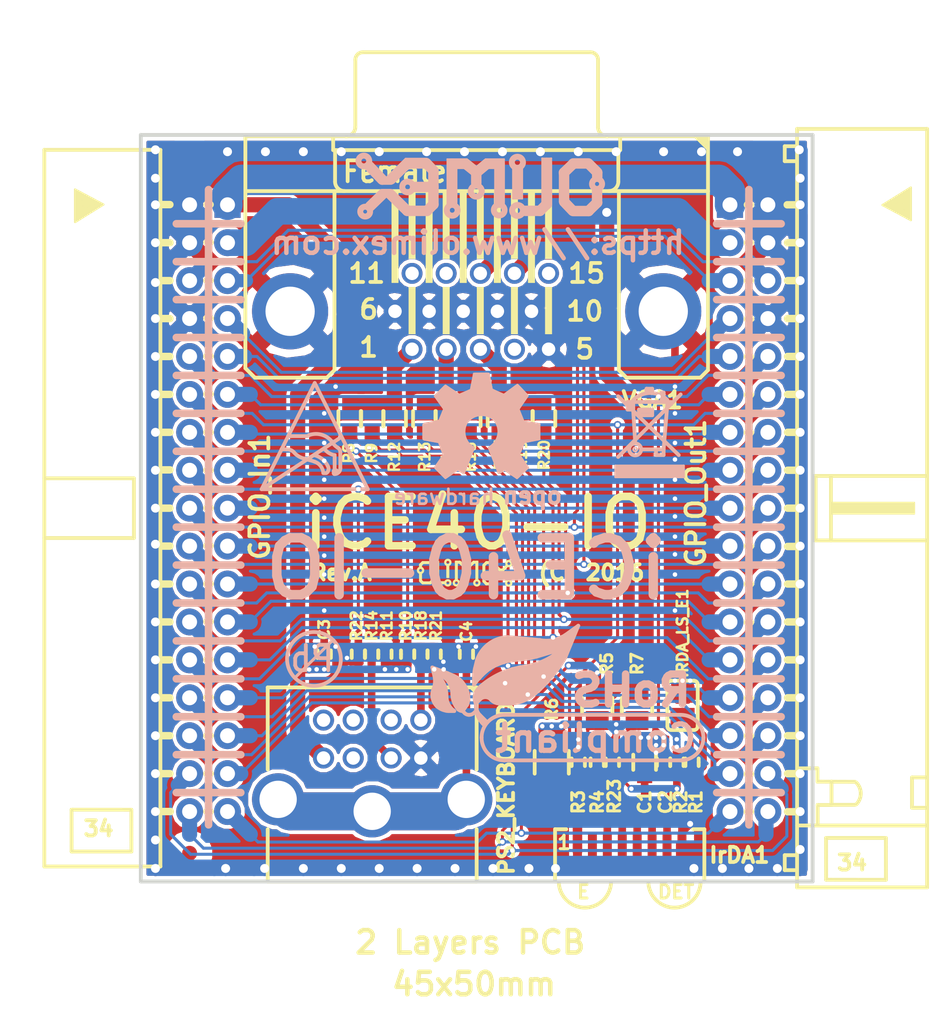
<source format=kicad_pcb>
(kicad_pcb (version 20170123) (host pcbnew no-vcs-found-36e5906~58~ubuntu16.04.1)
  (layers (0 F.Cu signal) (31 B.Cu signal) (34 B.Paste user hide) (35 F.Paste user) (36 B.SilkS user hide) (37 F.SilkS user hide) (38 B.Mask user hide) (39 F.Mask user hide) (44 Edge.Cuts user))
  (net 0 "")
  (net 1 GND)
  (net 2 +5V)
  (net 3 +3V3)
  (net 4 /EXTCLK)
  (net 5 "Net-(C1-Pad2)")
  (net 6 "Net-(C4-Pad2)")
  (net 7 "Net-(IrDA1-Pad1)")
  (net 8 "Net-(IrDA1-Pad2)")
  (net 9 "Net-(IrDA1-Pad5)")
  (net 10 "Net-(IRDA_LS_E1-Pad1)")
  (net 11 "Net-(PS2_KEYBOARD1-Pad1)")
  (net 12 "Net-(PS2_KEYBOARD1-Pad2)")
  (net 13 "Net-(PS2_KEYBOARD1-Pad5)")
  (net 14 "Net-(PS2_KEYBOARD1-Pad6)")
  (net 15 "Net-(PS2_KEYBOARD1-Pad7)")
  (net 16 "Net-(PS2_KEYBOARD1-Pad8)")
  (net 17 "Net-(R12-Pad2)")
  (net 18 "Net-(VGA1-Pad4)")
  (net 19 "Net-(VGA1-Pad11)")
  (net 20 "Net-(VGA1-Pad12)")
  (net 21 "Net-(VGA1-Pad15)")
  (net 22 "Net-(IrDA1-Pad4)")
  (net 23 "Net-(R13-Pad2)")
  (net 24 "Net-(R17-Pad2)")
  (net 25 /GPIO_Pin<5>)
  (net 26 /GPIO_Pin<7>)
  (net 27 /GPIO_Pin<9>)
  (net 28 /IrDA_SC)
  (net 29 /IrDA_Rx)
  (net 30 /GPIO_Pin<11>)
  (net 31 /PS2_CLK)
  (net 32 /GPIO_Pin<13>)
  (net 33 /PS2_DATA)
  (net 34 /GPIO_Pin<15>)
  (net 35 /VGA_VSYNC)
  (net 36 /GPIO_Pin<17>)
  (net 37 /VGA_HSYNC)
  (net 38 /GPIO_Pin<19>)
  (net 39 /VGA_BLUE1)
  (net 40 /GPIO_Pin<25>)
  (net 41 /VGA_RED3)
  (net 42 /GPIO_Pin<31>)
  (net 43 /VGA_GREEN1)
  (net 44 /IrDA_Tx)
  (net 45 /VGA_RED2)
  (net 46 /VGA_GREEN3)
  (net 47 /VGA_GREEN2)
  (net 48 /VGA_RED1)
  (net 49 /VGA_BLUE3)
  (net 50 /VGA_BLUE2)
  (net 51 /GPIO_Pin<23>)
  (net 52 /GPIO_Pin<21>)
  (module OLIMEX_LOGOs-FP:LOGO_OPENHARDWARE_8x8 (layer B.Cu) (at 147.828 89.9795 180)
    (fp_text reference "" hide)
    (fp_text value "" hide)
    (fp_text user hardware (at 2.51206 -4.2672 180) (layer B.SilkS) (effects (font (thickness 0.18)) (justify mirror)))
    (fp_text user open (at -3.40106 -4.17576 180) (layer B.SilkS) (effects (font (size 1.1 1.1) (thickness 0.254)) (justify mirror)))
  )
  (module "OLIMEX_Connectors-FP:VGA15-F(CD0515S21J0)" (layer F.Cu) (at 147.5 78 180)
    (fp_text reference VGA1 (at -11.758 -9.757 180) (layer F.SilkS) (effects (font (size 1.1 1.1) (thickness 0.254))))
    (fp_text value "VGA15-F(CD0515S21J0)")
    (fp_text user 6 (at 7.239 -3.683 180) (layer F.SilkS) (effects (font (size 1.27 1.27) (thickness 0.254))))
    (fp_text user 10 (at -7.239 -3.81 180) (layer F.SilkS) (effects (font (size 1.27 1.27) (thickness 0.254))))
    (fp_text user 15 (at -7.366 -1.27 180) (layer F.SilkS) (effects (font (size 1.27 1.27) (thickness 0.254))))
    (fp_text user 11 (at 7.366 -1.27 180) (layer F.SilkS) (effects (font (size 1.27 1.27) (thickness 0.254))))
    (fp_text user Female (at 5.4864 5.5372 180) (layer F.SilkS) (effects (font (size 1.4 1.3) (thickness 0.254))))
    (fp_text user 1 (at 7.239 -6.223 180) (layer F.SilkS) (effects (font (size 1.27 1.27) (thickness 0.254))))
    (fp_text user 5 (at -7.239 -6.35 180) (layer F.SilkS) (effects (font (size 1.27 1.27) (thickness 0.254))))
    (pad 1 thru_hole circle (at 4.329 -6.35 180) (size 1.4 1.4) (drill 0.9) (layers *.Cu *.Mask) (net 17 "Net-(R12-Pad2)"))
    (pad 2 thru_hole circle (at 2.043 -6.35 180) (size 1.4 1.4) (drill 0.9) (layers *.Cu *.Mask) (net 23 "Net-(R13-Pad2)"))
    (pad 3 thru_hole circle (at -0.243 -6.35 180) (size 1.4 1.4) (drill 0.9) (layers *.Cu *.Mask) (net 24 "Net-(R17-Pad2)"))
    (pad 4 thru_hole circle (at -2.529 -6.35 180) (size 1.4 1.4) (drill 0.9) (layers *.Cu *.Mask) (net 18 "Net-(VGA1-Pad4)"))
    (pad 5 thru_hole circle (at -4.815 -6.35 180) (size 1.4 1.4) (drill 0.9) (layers *.Cu *.Mask) (net 1 GND))
    (pad 6 thru_hole circle (at 5.472 -3.81 180) (size 1.4 1.4) (drill 0.9) (layers *.Cu *.Mask) (net 1 GND))
    (pad 7 thru_hole circle (at 3.186 -3.81 180) (size 1.4 1.4) (drill 0.9) (layers *.Cu *.Mask) (net 1 GND))
    (pad 8 thru_hole circle (at 0.9 -3.81 180) (size 1.4 1.4) (drill 0.9) (layers *.Cu *.Mask) (net 1 GND))
    (pad 9 thru_hole circle (at -1.386 -3.81 180) (size 1.4 1.4) (drill 0.9) (layers *.Cu *.Mask) (net 1 GND))
    (pad 10 thru_hole circle (at -3.672 -3.81 180) (size 1.4 1.4) (drill 0.9) (layers *.Cu *.Mask) (net 1 GND))
    (pad 11 thru_hole circle (at 4.329 -1.27 180) (size 1.4 1.4) (drill 0.9) (layers *.Cu *.Mask) (net 19 "Net-(VGA1-Pad11)"))
    (pad 12 thru_hole circle (at 2.043 -1.27 180) (size 1.4 1.4) (drill 0.9) (layers *.Cu *.Mask) (net 20 "Net-(VGA1-Pad12)"))
    (pad 13 thru_hole circle (at -0.243 -1.27 180) (size 1.4 1.4) (drill 0.9) (layers *.Cu *.Mask) (net 37 /VGA_HSYNC))
    (pad 14 thru_hole circle (at -2.529 -1.27 180) (size 1.4 1.4) (drill 0.9) (layers *.Cu *.Mask) (net 35 /VGA_VSYNC))
    (pad 15 thru_hole circle (at -4.815 -1.27 180) (size 1.4 1.4) (drill 0.9) (layers *.Cu *.Mask) (net 21 "Net-(VGA1-Pad15)"))
    (pad 16 thru_hole circle (at -12.497 -3.81 180) (size 5.1 5.1) (drill 3.3) (layers *.Cu *.Mask) (net 1 GND))
    (pad 17 thru_hole circle (at 12.497 -3.81 180) (size 5.1 5.1) (drill 3.3) (layers *.Cu *.Mask) (net 1 GND))
  )
  (module OLIMEX_RLC-FP:R_0402_5MIL_DWS (layer F.Cu) (at 156.591 112.014 90)
    (fp_text reference R23 (at -2.286 0.127 90) (layer F.SilkS) (effects (font (size 0.8 0.8) (thickness 0.2))))
    (fp_text value NA)
    (pad 1 smd rect (at -0.508 0 270) (size 0.5 0.55) (layers F.Cu F.Paste F.Mask) (net 9 "Net-(IrDA1-Pad5)"))
    (pad 2 smd rect (at 0.508 0 90) (size 0.5 0.55) (layers F.Cu F.Paste F.Mask) (net 10 "Net-(IRDA_LS_E1-Pad1)"))
  )
  (module OLIMEX_RLC-FP:C_0603_5MIL_DWS (layer F.Cu) (at 158.75 112.014 270)
    (fp_text reference C1 (at 2.667 0 270) (layer F.SilkS) (effects (font (size 0.8 0.8) (thickness 0.2))))
    (fp_text value 22uF/6.3V)
    (pad 1 smd rect (at -0.889 0 270) (size 1.016 1.016) (layers F.Cu F.Paste F.Mask) (net 1 GND) (clearance 0.0508))
    (pad 2 smd rect (at 0.889 0 270) (size 1.016 1.016) (layers F.Cu F.Paste F.Mask) (net 5 "Net-(C1-Pad2)") (clearance 0.0508))
  )
  (module OLIMEX_RLC-FP:R_0402_5MIL_DWS (layer F.Cu) (at 161.925 112.014 270)
    (fp_text reference R1 (at 2.667 -0.254 270) (layer F.SilkS) (effects (font (size 0.8 0.8) (thickness 0.2))))
    (fp_text value NA)
    (pad 1 smd rect (at -0.508 0 90) (size 0.5 0.55) (layers F.Cu F.Paste F.Mask) (net 28 /IrDA_SC))
    (pad 2 smd rect (at 0.508 0 270) (size 0.5 0.55) (layers F.Cu F.Paste F.Mask) (net 10 "Net-(IRDA_LS_E1-Pad1)"))
  )
  (module OLIMEX_RLC-FP:R_0402_5MIL_DWS (layer F.Cu) (at 160.909 112.014 90)
    (fp_text reference R2 (at -2.667 0.254 90) (layer F.SilkS) (effects (font (size 0.8 0.8) (thickness 0.2))))
    (fp_text value 10k)
    (pad 1 smd rect (at -0.508 0 270) (size 0.5 0.55) (layers F.Cu F.Paste F.Mask) (net 10 "Net-(IRDA_LS_E1-Pad1)"))
    (pad 2 smd rect (at 0.508 0 90) (size 0.5 0.55) (layers F.Cu F.Paste F.Mask) (net 3 +3V3))
  )
  (module OLIMEX_RLC-FP:R_0402_5MIL_DWS (layer F.Cu) (at 154.305 112.014 90)
    (fp_text reference R3 (at -2.667 0 90) (layer F.SilkS) (effects (font (size 0.8 0.8) (thickness 0.2))))
    (fp_text value "NA(10k)")
    (pad 1 smd rect (at -0.508 0 270) (size 0.5 0.55) (layers F.Cu F.Paste F.Mask) (net 29 /IrDA_Rx))
    (pad 2 smd rect (at 0.508 0 90) (size 0.5 0.55) (layers F.Cu F.Paste F.Mask) (net 1 GND))
  )
  (module OLIMEX_RLC-FP:R_0402_5MIL_DWS (layer F.Cu) (at 155.575 112.014 90)
    (fp_text reference R4 (at -2.667 0 90) (layer F.SilkS) (effects (font (size 0.8 0.8) (thickness 0.2))))
    (fp_text value NA)
    (pad 1 smd rect (at -0.508 0 270) (size 0.5 0.55) (layers F.Cu F.Paste F.Mask) (net 22 "Net-(IrDA1-Pad4)"))
    (pad 2 smd rect (at 0.508 0 90) (size 0.5 0.55) (layers F.Cu F.Paste F.Mask) (net 3 +3V3))
  )
  (module OLIMEX_RLC-FP:C_0402_5MIL_DWS (layer F.Cu) (at 160.02 112.014 270)
    (fp_text reference C2 (at 2.667 -0.127 270) (layer F.SilkS) (effects (font (size 0.8 0.8) (thickness 0.2))))
    (fp_text value 100nF)
    (pad 1 smd rect (at -0.508 0 90) (size 0.5 0.55) (layers F.Cu F.Paste F.Mask) (net 1 GND))
    (pad 2 smd rect (at 0.508 0 270) (size 0.5 0.55) (layers F.Cu F.Paste F.Mask) (net 5 "Net-(C1-Pad2)"))
  )
  (module OLIMEX_RLC-FP:C_0402_5MIL_DWS (layer F.Cu) (at 137.287 104.775 270)
    (fp_text reference C3 (at -1.651 0 270) (layer F.SilkS) (effects (font (size 0.7 0.7) (thickness 0.175))))
    (fp_text value 100nF)
    (pad 1 smd rect (at -0.508 0 90) (size 0.5 0.55) (layers F.Cu F.Paste F.Mask) (net 1 GND))
    (pad 2 smd rect (at 0.508 0 270) (size 0.5 0.55) (layers F.Cu F.Paste F.Mask) (net 2 +5V))
  )
  (module OLIMEX_RLC-FP:R_0402_5MIL_DWS (layer F.Cu) (at 142.875 104.775 90)
    (fp_text reference R10 (at 1.905 -0.127 90) (layer F.SilkS) (effects (font (size 0.7 0.7) (thickness 0.175))))
    (fp_text value 5.6k)
    (pad 1 smd rect (at -0.508 0 270) (size 0.5 0.55) (layers F.Cu F.Paste F.Mask) (net 2 +5V))
    (pad 2 smd rect (at 0.508 0 90) (size 0.5 0.55) (layers F.Cu F.Paste F.Mask) (net 31 /PS2_CLK))
  )
  (module OLIMEX_RLC-FP:C_0402_5MIL_DWS (layer F.Cu) (at 146.812 104.775 270)
    (fp_text reference C4 (at -1.524 0 270) (layer F.SilkS) (effects (font (size 0.7 0.7) (thickness 0.175))))
    (fp_text value 10nF)
    (pad 1 smd rect (at -0.508 0 90) (size 0.5 0.55) (layers F.Cu F.Paste F.Mask) (net 1 GND))
    (pad 2 smd rect (at 0.508 0 270) (size 0.5 0.55) (layers F.Cu F.Paste F.Mask) (net 6 "Net-(C4-Pad2)"))
  )
  (module OLIMEX_IC-FP:TFDU4100_PACK (layer F.Cu) (at 157.75 118 180)
    (fp_text reference IrDA1 (at -7.35 -0.237 180) (layer F.SilkS) (effects (font (size 1.016 1.016) (thickness 0.254))))
    (fp_text value TFDU4100)
    (fp_text user E (at 3.1 -2.7 180) (layer F.SilkS) (effects (font (size 0.9 0.9) (thickness 0.2))))
    (fp_text user DET (at -3.1 -2.7 180) (layer F.SilkS) (effects (font (size 0.9 0.9) (thickness 0.2))))
    (fp_text user 1 (at 4.4 0.6 180) (layer F.SilkS) (effects (font (size 0.9 0.9) (thickness 0.2))))
    (pad 1 smd rect (at 3.5 0) (size 0.6 2.5) (layers F.Cu F.Paste F.Mask) (net 7 "Net-(IrDA1-Pad1)"))
    (pad 2 smd rect (at 2.5 0) (size 0.6 2.5) (layers F.Cu F.Paste F.Mask) (net 8 "Net-(IrDA1-Pad2)"))
    (pad 3 smd rect (at 1.5 0) (size 0.6 2.5) (layers F.Cu F.Paste F.Mask) (net 29 /IrDA_Rx))
    (pad 4 smd rect (at 0.5 0) (size 0.6 2.5) (layers F.Cu F.Paste F.Mask) (net 22 "Net-(IrDA1-Pad4)"))
    (pad 5 smd rect (at -0.5 0) (size 0.6 2.5) (layers F.Cu F.Paste F.Mask) (net 9 "Net-(IrDA1-Pad5)"))
    (pad 6 smd rect (at -1.5 0) (size 0.6 2.5) (layers F.Cu F.Paste F.Mask) (net 5 "Net-(C1-Pad2)"))
    (pad 7 smd rect (at -2.5 0) (size 0.6 2.5) (layers F.Cu F.Paste F.Mask) (net 10 "Net-(IRDA_LS_E1-Pad1)"))
    (pad 8 smd rect (at -3.5 0) (size 0.6 2.5) (layers F.Cu F.Paste F.Mask) (net 1 GND))
  )
  (module OLIMEX_Jumpers-FP:SJ (layer F.Cu) (at 161.29 108.204 90)
    (fp_text reference IRDA_LS_E1 (at 4.826 0 90) (layer F.SilkS) (effects (font (size 0.7 0.7) (thickness 0.175))))
    (fp_text value Opened)
    (pad 1 smd rect (at -0.762 0 90) (size 1.1684 1.6002) (layers F.Cu F.Mask) (net 10 "Net-(IRDA_LS_E1-Pad1)") (clearance 0.0508))
    (pad 1 smd rect (at -0.762 0 90) (size 1.1684 1.6002) (layers F.Cu F.Mask) (net 10 "Net-(IRDA_LS_E1-Pad1)"))
    (pad 2 smd rect (at 0.762 0 90) (size 1.1684 1.6002) (layers F.Cu F.Mask) (net 1 GND) (clearance 0.0508))
  )
  (module OLIMEX_RLC-FP:C_0603_5MIL_DWS (layer F.Cu) (at 139 89 90)
    (fp_text reference R8 (at -2.313 -0.062 270) (layer F.SilkS) (effects (font (size 0.7 0.7) (thickness 0.15875))))
    (fp_text value 470R)
    (pad 1 smd rect (at -0.889 0 90) (size 1.016 1.016) (layers F.Cu F.Paste F.Mask) (net 48 /VGA_RED1) (clearance 0.0508))
    (pad 2 smd rect (at 0.889 0 90) (size 1.016 1.016) (layers F.Cu F.Paste F.Mask) (net 17 "Net-(R12-Pad2)") (clearance 0.0508))
  )
  (module OLIMEX_RLC-FP:C_0603_5MIL_DWS (layer F.Cu) (at 142 89 90)
    (fp_text reference R12 (at -2.567 -0.014 90) (layer F.SilkS) (effects (font (size 0.7 0.7) (thickness 0.15875))))
    (fp_text value 1.8k)
    (pad 1 smd rect (at -0.889 0 90) (size 1.016 1.016) (layers F.Cu F.Paste F.Mask) (net 41 /VGA_RED3) (clearance 0.0508))
    (pad 2 smd rect (at 0.889 0 90) (size 1.016 1.016) (layers F.Cu F.Paste F.Mask) (net 17 "Net-(R12-Pad2)") (clearance 0.0508))
  )
  (module OLIMEX_RLC-FP:C_0603_5MIL_DWS (layer F.Cu) (at 145.5 89 90)
    (fp_text reference R15 (at -2.567 0.042 90) (layer F.SilkS) (effects (font (size 0.7 0.7) (thickness 0.15875))))
    (fp_text value 1k)
    (pad 1 smd rect (at -0.889 0 90) (size 1.016 1.016) (layers F.Cu F.Paste F.Mask) (net 47 /VGA_GREEN2) (clearance 0.0508))
    (pad 2 smd rect (at 0.889 0 90) (size 1.016 1.016) (layers F.Cu F.Paste F.Mask) (net 23 "Net-(R13-Pad2)") (clearance 0.0508))
  )
  (module OLIMEX_RLC-FP:C_0603_5MIL_DWS (layer F.Cu) (at 147 89 90)
    (fp_text reference R16 (at -2.567 0.066 90) (layer F.SilkS) (effects (font (size 0.7 0.7) (thickness 0.15875))))
    (fp_text value 1.8k)
    (pad 1 smd rect (at -0.889 0 90) (size 1.016 1.016) (layers F.Cu F.Paste F.Mask) (net 46 /VGA_GREEN3) (clearance 0.0508))
    (pad 2 smd rect (at 0.889 0 90) (size 1.016 1.016) (layers F.Cu F.Paste F.Mask) (net 23 "Net-(R13-Pad2)") (clearance 0.0508))
  )
  (module OLIMEX_RLC-FP:C_0603_5MIL_DWS (layer F.Cu) (at 150.5 89 90)
    (fp_text reference R19 (at -2.44 -0.005 90) (layer F.SilkS) (effects (font (size 0.7 0.7) (thickness 0.15875))))
    (fp_text value 1k)
    (pad 1 smd rect (at -0.889 0 90) (size 1.016 1.016) (layers F.Cu F.Paste F.Mask) (net 50 /VGA_BLUE2) (clearance 0.0508))
    (pad 2 smd rect (at 0.889 0 90) (size 1.016 1.016) (layers F.Cu F.Paste F.Mask) (net 24 "Net-(R17-Pad2)") (clearance 0.0508))
  )
  (module OLIMEX_RLC-FP:R_0402_5MIL_DWS (layer F.Cu) (at 144.653 104.775 270)
    (fp_text reference R21 (at -1.905 -0.127 270) (layer F.SilkS) (effects (font (size 0.7 0.7) (thickness 0.175))))
    (fp_text value 10k)
    (pad 1 smd rect (at -0.508 0 90) (size 0.5 0.55) (layers F.Cu F.Paste F.Mask) (net 31 /PS2_CLK))
    (pad 2 smd rect (at 0.508 0 270) (size 0.5 0.55) (layers F.Cu F.Paste F.Mask) (net 1 GND))
  )
  (module OLIMEX_RLC-FP:R_0402_5MIL_DWS (layer F.Cu) (at 139.573 104.775 270)
    (fp_text reference R22 (at -1.905 0.127 270) (layer F.SilkS) (effects (font (size 0.7 0.7) (thickness 0.175))))
    (fp_text value 10k)
    (pad 1 smd rect (at -0.508 0 90) (size 0.5 0.55) (layers F.Cu F.Paste F.Mask) (net 33 /PS2_DATA))
    (pad 2 smd rect (at 0.508 0 270) (size 0.5 0.55) (layers F.Cu F.Paste F.Mask) (net 1 GND))
  )
  (module OLIMEX_RLC-FP:R_0805_5MIL_DWS (layer F.Cu) (at 155.575 108.204 270)
    (fp_text reference R5 (at -2.794 -0.635 270) (layer F.SilkS) (effects (font (size 0.762 0.762) (thickness 0.1905))))
    (fp_text value 47R)
    (pad 1 smd rect (at -1.016 0) (size 1.524 1.27) (layers F.Cu F.Paste F.Mask) (net 44 /IrDA_Tx))
    (pad 2 smd rect (at 1.016 0) (size 1.524 1.27) (layers F.Cu F.Paste F.Mask) (net 22 "Net-(IrDA1-Pad4)"))
  )
  (module OLIMEX_RLC-FP:R_1206_5MIL_DWS (layer F.Cu) (at 152.527 112.014 90)
    (fp_text reference R6 (at 3.556 0 90) (layer F.SilkS) (effects (font (size 0.762 0.762) (thickness 0.1905))))
    (fp_text value 15R)
    (pad 1 smd rect (at -1.397 0 90) (size 1.524 1.778) (layers F.Cu F.Paste F.Mask) (net 7 "Net-(IrDA1-Pad1)"))
    (pad 2 smd rect (at 1.397 0 90) (size 1.524 1.778) (layers F.Cu F.Paste F.Mask) (net 3 +3V3))
  )
  (module OLIMEX_RLC-FP:R_0805_5MIL_DWS (layer F.Cu) (at 158.242 108.204 90)
    (fp_text reference R7 (at 2.794 0 90) (layer F.SilkS) (effects (font (size 0.762 0.762) (thickness 0.1905))))
    (fp_text value 47R)
    (pad 1 smd rect (at -1.016 0 180) (size 1.524 1.27) (layers F.Cu F.Paste F.Mask) (net 5 "Net-(C1-Pad2)"))
    (pad 2 smd rect (at 1.016 0 180) (size 1.524 1.27) (layers F.Cu F.Paste F.Mask) (net 3 +3V3))
  )
  (module OLIMEX_RLC-FP:C_0603_5MIL_DWS (layer F.Cu) (at 140.5 89 90)
    (fp_text reference R9 (at -2.313 -0.038 90) (layer F.SilkS) (effects (font (size 0.7 0.7) (thickness 0.15875))))
    (fp_text value 1k)
    (pad 1 smd rect (at -0.889 0 90) (size 1.016 1.016) (layers F.Cu F.Paste F.Mask) (net 45 /VGA_RED2) (clearance 0.0508))
    (pad 2 smd rect (at 0.889 0 90) (size 1.016 1.016) (layers F.Cu F.Paste F.Mask) (net 17 "Net-(R12-Pad2)") (clearance 0.0508))
  )
  (module OLIMEX_RLC-FP:R_0402_5MIL_DWS (layer F.Cu) (at 141.351 104.775 90)
    (fp_text reference R11 (at 1.905 0.127 90) (layer F.SilkS) (effects (font (size 0.7 0.7) (thickness 0.175))))
    (fp_text value 5.6k)
    (pad 1 smd rect (at -0.508 0 270) (size 0.5 0.55) (layers F.Cu F.Paste F.Mask) (net 2 +5V))
    (pad 2 smd rect (at 0.508 0 90) (size 0.5 0.55) (layers F.Cu F.Paste F.Mask) (net 33 /PS2_DATA))
  )
  (module OLIMEX_RLC-FP:C_0603_5MIL_DWS (layer F.Cu) (at 144 89 90)
    (fp_text reference R13 (at -2.567 0.018 90) (layer F.SilkS) (effects (font (size 0.7 0.7) (thickness 0.15875))))
    (fp_text value 470R)
    (pad 1 smd rect (at -0.889 0 90) (size 1.016 1.016) (layers F.Cu F.Paste F.Mask) (net 43 /VGA_GREEN1) (clearance 0.0508))
    (pad 2 smd rect (at 0.889 0 90) (size 1.016 1.016) (layers F.Cu F.Paste F.Mask) (net 23 "Net-(R13-Pad2)") (clearance 0.0508))
  )
  (module OLIMEX_RLC-FP:R_0402_5MIL_DWS (layer F.Cu) (at 140.462 104.775 270)
    (fp_text reference R14 (at -1.905 0 270) (layer F.SilkS) (effects (font (size 0.7 0.7) (thickness 0.175))))
    (fp_text value 200R)
    (pad 1 smd rect (at -0.508 0 90) (size 0.5 0.55) (layers F.Cu F.Paste F.Mask) (net 33 /PS2_DATA))
    (pad 2 smd rect (at 0.508 0 270) (size 0.5 0.55) (layers F.Cu F.Paste F.Mask) (net 11 "Net-(PS2_KEYBOARD1-Pad1)"))
  )
  (module OLIMEX_RLC-FP:C_0603_5MIL_DWS (layer F.Cu) (at 149 89 90)
    (fp_text reference R17 (at -2.44 0.098 90) (layer F.SilkS) (effects (font (size 0.7 0.7) (thickness 0.15875))))
    (fp_text value 470R)
    (pad 1 smd rect (at -0.889 0 90) (size 1.016 1.016) (layers F.Cu F.Paste F.Mask) (net 39 /VGA_BLUE1) (clearance 0.0508))
    (pad 2 smd rect (at 0.889 0 90) (size 1.016 1.016) (layers F.Cu F.Paste F.Mask) (net 24 "Net-(R17-Pad2)") (clearance 0.0508))
  )
  (module OLIMEX_RLC-FP:R_0402_5MIL_DWS (layer F.Cu) (at 143.764 104.775 270)
    (fp_text reference R18 (at -1.905 0 270) (layer F.SilkS) (effects (font (size 0.7 0.7) (thickness 0.175))))
    (fp_text value 200R)
    (pad 1 smd rect (at -0.508 0 90) (size 0.5 0.55) (layers F.Cu F.Paste F.Mask) (net 31 /PS2_CLK))
    (pad 2 smd rect (at 0.508 0 270) (size 0.5 0.55) (layers F.Cu F.Paste F.Mask) (net 13 "Net-(PS2_KEYBOARD1-Pad5)"))
  )
  (module OLIMEX_RLC-FP:C_0603_5MIL_DWS (layer F.Cu) (at 152 89 90)
    (fp_text reference R20 (at -2.44 0.019 90) (layer F.SilkS) (effects (font (size 0.7 0.7) (thickness 0.15875))))
    (fp_text value 1.8k)
    (pad 1 smd rect (at -0.889 0 90) (size 1.016 1.016) (layers F.Cu F.Paste F.Mask) (net 49 /VGA_BLUE3) (clearance 0.0508))
    (pad 2 smd rect (at 0.889 0 90) (size 1.016 1.016) (layers F.Cu F.Paste F.Mask) (net 24 "Net-(R17-Pad2)") (clearance 0.0508))
  )
  (module OLIMEX_Other-FP:Fiducial1x3 (layer F.Cu) (at 128.27 118.11)
    (fp_text reference "" (at 0 3) (layer F.SilkS))
    (fp_text value "")
    (pad Fid1 connect circle (at 0 0) (size 1 1) (layers F.Cu F.Mask) (clearance 1.016))
  )
  (module OLIMEX_Other-FP:Fiducial1x3 (layer F.Cu) (at 128.27 71.755)
    (fp_text reference "" (at 0 3) (layer F.SilkS))
    (fp_text value "")
    (pad Fid2 connect circle (at 0 0) (size 1 1) (layers F.Cu F.Mask) (clearance 1.016))
  )
  (module OLIMEX_Other-FP:Fiducial1x3 (layer F.Cu) (at 167.005 71.755)
    (fp_text reference "" (at 0 3) (layer F.SilkS))
    (fp_text value "")
    (pad Fid3 connect circle (at 0 0) (size 1 1) (layers F.Cu F.Mask) (clearance 1.016))
  )
  (module OLIMEX_LOGOs-FP:OLIMEX_LOGO_TB (layer B.Cu) (at 147.574 73.406 180)
    (fp_text reference "" hide)
    (fp_text value "" hide)
  )
  (module OLIMEX_LOGOs-FP:OLIMEX_LOGO_SMALL_TB (layer F.Cu) (at 146.685 99.314)
    (fp_text reference "" (at -1.2827 -14.4145) (layer F.SilkS) (effects (font (size 1.1 1.1) (thickness 0.254))))
    (fp_text value "")
  )
  (module OLIMEX_LOGOs-FP:LOGO_PBFREE (layer B.Cu) (at 136.398 105.41 180)
    (fp_text reference "" (at -0.2794 3.52552 180) (layer B.SilkS) (effects (justify mirror)))
    (fp_text value "")
    (fp_text user Pb (at -0.08636 0.33528 180) (layer B.SilkS) (effects (font (size 1.7 1.5) (thickness 0.254)) (justify mirror)))
  )
  (module OLIMEX_LOGOs-FP:LOGO_ROHS_1 (layer B.Cu) (at 161.671 111.252 180)
    (fp_text reference Ref** hide)
    (fp_text value Val** hide)
    (fp_text user RoHS (at 3.81508 4.04368 180) (layer B.SilkS) (effects (font (size 2 2) (thickness 0.5)) (justify mirror)))
    (fp_text user Compliant (at 6.20014 0.8382 180) (layer B.SilkS) (effects (font (size 1.778 1.778) (thickness 0.35)) (justify mirror)))
  )
  (module OLIMEX_LOGOs-FP:LOGO_RECYCLEBIN_1 (layer B.Cu) (at 161.417 92.964 180)
    (fp_text reference "" hide)
    (fp_text value "" hide)
  )
  (module OLIMEX_Connectors-FP:IDC34R_PCB (layer F.Cu) (at 129.54 94.996 90)
    (fp_text reference GPIO_In1 (at 0.762 3.429 90) (layer F.SilkS) (effects (font (size 1.27 1.27) (thickness 0.254))))
    (fp_text value IDC34R)
    (fp_text user 34 (at -21.463 -7.366 180) (layer F.SilkS) (effects (font (size 1.016 1.016) (thickness 0.254))))
    (pad 1 thru_hole rect (at 20.32 1.27 270) (size 1.75 1.75) (drill 1) (layers *.Cu *.Mask) (net 2 +5V))
    (pad 2 thru_hole circle (at 20.32 -1.27 270) (size 1.8 1.8) (drill 1) (layers *.Cu *.Mask) (net 1 GND))
    (pad 3 thru_hole circle (at 17.78 1.27 270) (size 1.8 1.8) (drill 1) (layers *.Cu *.Mask) (net 3 +3V3))
    (pad 4 thru_hole circle (at 17.78 -1.27 270) (size 1.8 1.8) (drill 1) (layers *.Cu *.Mask) (net 1 GND))
    (pad 5 thru_hole circle (at 15.24 1.27 270) (size 1.8 1.8) (drill 1) (layers *.Cu *.Mask) (net 25 /GPIO_Pin<5>))
    (pad 6 thru_hole circle (at 15.24 -1.27 270) (size 1.8 1.8) (drill 1) (layers *.Cu *.Mask) (net 4 /EXTCLK))
    (pad 7 thru_hole circle (at 12.7 1.27 270) (size 1.8 1.8) (drill 1) (layers *.Cu *.Mask) (net 26 /GPIO_Pin<7>))
    (pad 8 thru_hole circle (at 12.7 -1.27 270) (size 1.8 1.8) (drill 1) (layers *.Cu *.Mask) (net 1 GND))
    (pad 9 thru_hole circle (at 10.16 1.27 270) (size 1.8 1.8) (drill 1) (layers *.Cu *.Mask) (net 27 /GPIO_Pin<9>))
    (pad 10 thru_hole circle (at 10.16 -1.27 270) (size 1.8 1.8) (drill 1) (layers *.Cu *.Mask) (net 28 /IrDA_SC))
    (pad 12 thru_hole circle (at 7.62 -1.27 270) (size 1.8 1.8) (drill 1) (layers *.Cu *.Mask) (net 29 /IrDA_Rx))
    (pad 11 thru_hole circle (at 7.62 1.27 270) (size 1.8 1.8) (drill 1) (layers *.Cu *.Mask) (net 30 /GPIO_Pin<11>))
    (pad 14 thru_hole circle (at 5.08 -1.27 270) (size 1.8 1.8) (drill 1) (layers *.Cu *.Mask) (net 31 /PS2_CLK))
    (pad 13 thru_hole circle (at 5.08 1.27 270) (size 1.8 1.8) (drill 1) (layers *.Cu *.Mask) (net 32 /GPIO_Pin<13>))
    (pad 16 thru_hole circle (at 2.54 -1.27 270) (size 1.8 1.8) (drill 1) (layers *.Cu *.Mask) (net 33 /PS2_DATA))
    (pad 15 thru_hole circle (at 2.54 1.27 270) (size 1.8 1.8) (drill 1) (layers *.Cu *.Mask) (net 34 /GPIO_Pin<15>))
    (pad 18 thru_hole circle (at 0 -1.27 270) (size 1.8 1.8) (drill 1) (layers *.Cu *.Mask) (net 35 /VGA_VSYNC))
    (pad 17 thru_hole circle (at 0 1.27 270) (size 1.8 1.8) (drill 1) (layers *.Cu *.Mask) (net 36 /GPIO_Pin<17>))
    (pad 20 thru_hole circle (at -2.54 -1.27 270) (size 1.8 1.8) (drill 1) (layers *.Cu *.Mask) (net 37 /VGA_HSYNC))
    (pad 19 thru_hole circle (at -2.54 1.27 270) (size 1.8 1.8) (drill 1) (layers *.Cu *.Mask) (net 38 /GPIO_Pin<19>))
    (pad 26 thru_hole circle (at -10.16 -1.27 270) (size 1.8 1.8) (drill 1) (layers *.Cu *.Mask) (net 39 /VGA_BLUE1))
    (pad 25 thru_hole circle (at -10.16 1.27 270) (size 1.8 1.8) (drill 1) (layers *.Cu *.Mask) (net 40 /GPIO_Pin<25>))
    (pad 34 thru_hole circle (at -20.32 -1.27 270) (size 1.8 1.8) (drill 1) (layers *.Cu *.Mask) (net 41 /VGA_RED3))
    (pad 31 thru_hole circle (at -17.78 1.27 270) (size 1.8 1.8) (drill 1) (layers *.Cu *.Mask) (net 42 /GPIO_Pin<31>))
    (pad 32 thru_hole circle (at -17.78 -1.27 270) (size 1.8 1.8) (drill 1) (layers *.Cu *.Mask) (net 43 /VGA_GREEN1))
    (pad 33 thru_hole circle (at -20.32 1.27 270) (size 1.8 1.8) (drill 1) (layers *.Cu *.Mask) (net 44 /IrDA_Tx))
    (pad 29 thru_hole circle (at -15.24 1.27 270) (size 1.8 1.8) (drill 1) (layers *.Cu *.Mask) (net 45 /VGA_RED2))
    (pad 28 thru_hole circle (at -12.7 -1.27 270) (size 1.8 1.8) (drill 1) (layers *.Cu *.Mask) (net 46 /VGA_GREEN3))
    (pad 30 thru_hole circle (at -15.24 -1.27 270) (size 1.8 1.8) (drill 1) (layers *.Cu *.Mask) (net 47 /VGA_GREEN2))
    (pad 27 thru_hole circle (at -12.7 1.27 270) (size 1.8 1.8) (drill 1) (layers *.Cu *.Mask) (net 48 /VGA_RED1))
    (pad 22 thru_hole circle (at -5.08 -1.27 270) (size 1.8 1.8) (drill 1) (layers *.Cu *.Mask) (net 49 /VGA_BLUE3))
    (pad 24 thru_hole circle (at -7.62 -1.27 270) (size 1.8 1.8) (drill 1) (layers *.Cu *.Mask) (net 50 /VGA_BLUE2))
    (pad 23 thru_hole circle (at -7.62 1.27 270) (size 1.8 1.8) (drill 1) (layers *.Cu *.Mask) (net 51 /GPIO_Pin<23>))
    (pad 21 thru_hole circle (at -5.08 1.27 270) (size 1.8 1.8) (drill 1) (layers *.Cu *.Mask) (net 52 /GPIO_Pin<21>))
  )
  (module OLIMEX_Connectors-FP:BH34R (layer F.Cu) (at 165.735 94.996 270)
    (fp_text reference GPIO_Out1 (at -1.016 3.556 270) (layer F.SilkS) (effects (font (size 1.27 1.27) (thickness 0.254))))
    (fp_text value BH34R)
    (fp_text user 34 (at 23.749 -6.9088) (layer F.SilkS) (effects (font (size 1.016 1.016) (thickness 0.254))))
    (pad 1 thru_hole rect (at -20.32 1.27 270) (size 1.75 1.75) (drill 1) (layers *.Cu *.Mask) (net 2 +5V))
    (pad 2 thru_hole circle (at -20.32 -1.27 270) (size 1.8 1.8) (drill 1) (layers *.Cu *.Mask) (net 1 GND))
    (pad 3 thru_hole circle (at -17.78 1.27 270) (size 1.8 1.8) (drill 1) (layers *.Cu *.Mask) (net 3 +3V3))
    (pad 4 thru_hole circle (at -17.78 -1.27 270) (size 1.8 1.8) (drill 1) (layers *.Cu *.Mask) (net 1 GND))
    (pad 5 thru_hole circle (at -15.24 1.27 270) (size 1.8 1.8) (drill 1) (layers *.Cu *.Mask) (net 25 /GPIO_Pin<5>))
    (pad 6 thru_hole circle (at -15.24 -1.27 270) (size 1.8 1.8) (drill 1) (layers *.Cu *.Mask) (net 4 /EXTCLK))
    (pad 7 thru_hole circle (at -12.7 1.27 270) (size 1.8 1.8) (drill 1) (layers *.Cu *.Mask) (net 26 /GPIO_Pin<7>))
    (pad 8 thru_hole circle (at -12.7 -1.27 270) (size 1.8 1.8) (drill 1) (layers *.Cu *.Mask) (net 1 GND))
    (pad 9 thru_hole circle (at -10.16 1.27 270) (size 1.8 1.8) (drill 1) (layers *.Cu *.Mask) (net 27 /GPIO_Pin<9>))
    (pad 10 thru_hole circle (at -10.16 -1.27 270) (size 1.8 1.8) (drill 1) (layers *.Cu *.Mask) (net 28 /IrDA_SC))
    (pad 12 thru_hole circle (at -7.62 -1.27 270) (size 1.8 1.8) (drill 1) (layers *.Cu *.Mask) (net 29 /IrDA_Rx))
    (pad 11 thru_hole circle (at -7.62 1.27 270) (size 1.8 1.8) (drill 1) (layers *.Cu *.Mask) (net 30 /GPIO_Pin<11>))
    (pad 14 thru_hole circle (at -5.08 -1.27 270) (size 1.8 1.8) (drill 1) (layers *.Cu *.Mask) (net 31 /PS2_CLK))
    (pad 13 thru_hole circle (at -5.08 1.27 270) (size 1.8 1.8) (drill 1) (layers *.Cu *.Mask) (net 32 /GPIO_Pin<13>))
    (pad 16 thru_hole circle (at -2.54 -1.27 270) (size 1.8 1.8) (drill 1) (layers *.Cu *.Mask) (net 33 /PS2_DATA))
    (pad 15 thru_hole circle (at -2.54 1.27 270) (size 1.8 1.8) (drill 1) (layers *.Cu *.Mask) (net 34 /GPIO_Pin<15>))
    (pad 18 thru_hole circle (at 0 -1.27 270) (size 1.8 1.8) (drill 1) (layers *.Cu *.Mask) (net 35 /VGA_VSYNC))
    (pad 17 thru_hole circle (at 0 1.27 270) (size 1.8 1.8) (drill 1) (layers *.Cu *.Mask) (net 36 /GPIO_Pin<17>))
    (pad 20 thru_hole circle (at 2.54 -1.27 270) (size 1.8 1.8) (drill 1) (layers *.Cu *.Mask) (net 37 /VGA_HSYNC))
    (pad 19 thru_hole circle (at 2.54 1.27 270) (size 1.8 1.8) (drill 1) (layers *.Cu *.Mask) (net 38 /GPIO_Pin<19>))
    (pad 26 thru_hole circle (at 10.16 -1.27 270) (size 1.8 1.8) (drill 1) (layers *.Cu *.Mask) (net 39 /VGA_BLUE1))
    (pad 25 thru_hole circle (at 10.16 1.27 270) (size 1.8 1.8) (drill 1) (layers *.Cu *.Mask) (net 40 /GPIO_Pin<25>))
    (pad 34 thru_hole circle (at 20.32 -1.27 270) (size 1.8 1.8) (drill 1) (layers *.Cu *.Mask) (net 41 /VGA_RED3))
    (pad 31 thru_hole circle (at 17.78 1.27 270) (size 1.8 1.8) (drill 1) (layers *.Cu *.Mask) (net 42 /GPIO_Pin<31>))
    (pad 32 thru_hole circle (at 17.78 -1.27 270) (size 1.8 1.8) (drill 1) (layers *.Cu *.Mask) (net 43 /VGA_GREEN1))
    (pad 33 thru_hole circle (at 20.32 1.27 270) (size 1.8 1.8) (drill 1) (layers *.Cu *.Mask) (net 44 /IrDA_Tx))
    (pad 29 thru_hole circle (at 15.24 1.27 270) (size 1.8 1.8) (drill 1) (layers *.Cu *.Mask) (net 45 /VGA_RED2))
    (pad 28 thru_hole circle (at 12.7 -1.27 270) (size 1.8 1.8) (drill 1) (layers *.Cu *.Mask) (net 46 /VGA_GREEN3))
    (pad 30 thru_hole circle (at 15.24 -1.27 270) (size 1.8 1.8) (drill 1) (layers *.Cu *.Mask) (net 47 /VGA_GREEN2))
    (pad 27 thru_hole circle (at 12.7 1.27 270) (size 1.8 1.8) (drill 1) (layers *.Cu *.Mask) (net 48 /VGA_RED1))
    (pad 22 thru_hole circle (at 5.08 -1.27 270) (size 1.8 1.8) (drill 1) (layers *.Cu *.Mask) (net 49 /VGA_BLUE3))
    (pad 24 thru_hole circle (at 7.62 -1.27 270) (size 1.8 1.8) (drill 1) (layers *.Cu *.Mask) (net 50 /VGA_BLUE2))
    (pad 23 thru_hole circle (at 7.62 1.27 270) (size 1.8 1.8) (drill 1) (layers *.Cu *.Mask) (net 51 /GPIO_Pin<23>))
    (pad 21 thru_hole circle (at 5.08 1.27 270) (size 1.8 1.8) (drill 1) (layers *.Cu *.Mask) (net 52 /GPIO_Pin<21>))
  )
  (module OLIMEX_Connectors-FP:PS2_MDR6_MINI-DIN (layer F.Cu) (at 140.5 113.5)
    (fp_text reference PS2_KEYBOARD1 (at 8.979 -0.216 90) (layer F.SilkS) (effects (font (size 1.016 1.016) (thickness 0.254))))
    (fp_text value MDR6_MINI-DIN)
    (pad 1 thru_hole circle (at 1.27 -1.77) (size 1.41 1.41) (drill 0.9) (layers *.Cu *.Mask) (net 11 "Net-(PS2_KEYBOARD1-Pad1)"))
    (pad 2 thru_hole circle (at -1.27 -1.77) (size 1.41 1.41) (drill 0.9) (layers *.Cu *.Mask) (net 12 "Net-(PS2_KEYBOARD1-Pad2)"))
    (pad 3 thru_hole circle (at 3.26 -1.77) (size 1.41 1.41) (drill 0.9) (layers *.Cu *.Mask) (net 1 GND))
    (pad 4 thru_hole circle (at -3.26 -1.77) (size 1.41 1.41) (drill 0.9) (layers *.Cu *.Mask) (net 2 +5V))
    (pad 5 thru_hole circle (at 3.26 -4.31) (size 1.41 1.41) (drill 0.9) (layers *.Cu *.Mask) (net 13 "Net-(PS2_KEYBOARD1-Pad5)"))
    (pad 6 thru_hole circle (at -3.26 -4.31) (size 1.41 1.41) (drill 0.9) (layers *.Cu *.Mask) (net 14 "Net-(PS2_KEYBOARD1-Pad6)"))
    (pad 7 thru_hole circle (at -1.27 -4.31) (size 1.41 1.41) (drill 0.9) (layers *.Cu *.Mask) (net 15 "Net-(PS2_KEYBOARD1-Pad7)"))
    (pad 8 thru_hole circle (at 1.27 -4.31) (size 1.41 1.41) (drill 0.9) (layers *.Cu *.Mask) (net 16 "Net-(PS2_KEYBOARD1-Pad8)"))
    (pad 9 thru_hole circle (at -6.3 1) (size 3.5 3.5) (drill 2.5) (layers *.Cu *.Mask) (net 6 "Net-(C4-Pad2)"))
    (pad 9 thru_hole circle (at 0 1.8) (size 3.5 3.5) (drill 2.5) (layers *.Cu *.Mask) (net 6 "Net-(C4-Pad2)"))
    (pad 9 thru_hole circle (at 6.3 1) (size 3.5 3.5) (drill 2.5) (layers *.Cu *.Mask) (net 6 "Net-(C4-Pad2)"))
  )
  (module OLIMEX_LOGOs-FP:LOGO_ANTISTATIC_1 (layer B.Cu) (at 140.208 93.726 180)
    (fp_text reference Ref** hide)
    (fp_text value Val** hide)
  )
  (gr_line (start 147.447 107.315) (end 147.193 107.061) (layer F.SilkS) (width 0.254))
  (gr_line (start 162.56 70.485) (end 162.179 70.104) (layer F.SilkS) (width 0.254))
  (gr_line (start 162.56 70.485) (end 162.941 70.866) (layer F.SilkS) (width 0.254))
  (gr_line (start 162.814 70.104) (end 162.814 70.485) (layer F.SilkS) (width 0.254))
  (gr_line (start 162.687 70.104) (end 162.687 70.485) (layer F.SilkS) (width 0.254))
  (gr_line (start 162.56 70.485) (end 162.941 70.485) (layer F.SilkS) (width 0.254))
  (gr_line (start 162.56 70.104) (end 162.56 70.485) (layer F.SilkS) (width 0.254))
  (gr_text iCE40-IO (at 146.812 99.06) (layer B.SilkS) (effects (font (size 3.81 3.81) (thickness 0.635)) (justify mirror)))
  (gr_text Rev.A (at 138.43 99.314) (layer F.SilkS) (effects (font (size 1.016 1.016) (thickness 0.254))))
  (gr_text iCE40-IO (at 147.574 96.012) (layer F.SilkS) (effects (font (size 3.302 3.302) (thickness 0.508))))
  (gr_line (start 163.576 75.946) (end 167.894 75.946) (angle 90) (layer B.SilkS) (width 0.508))
  (gr_line (start 163.576 78.486) (end 167.894 78.486) (angle 90) (layer B.SilkS) (width 0.508))
  (gr_line (start 163.576 81.026) (end 167.894 81.026) (angle 90) (layer B.SilkS) (width 0.508))
  (gr_line (start 163.576 83.566) (end 167.894 83.566) (angle 90) (layer B.SilkS) (width 0.508))
  (gr_line (start 163.576 86.106) (end 167.894 86.106) (angle 90) (layer B.SilkS) (width 0.508))
  (gr_line (start 163.576 88.646) (end 167.894 88.646) (angle 90) (layer B.SilkS) (width 0.508))
  (gr_line (start 163.576 91.186) (end 167.894 91.186) (angle 90) (layer B.SilkS) (width 0.508))
  (gr_line (start 163.576 93.726) (end 167.894 93.726) (angle 90) (layer B.SilkS) (width 0.508))
  (gr_line (start 163.576 96.266) (end 167.894 96.266) (angle 90) (layer B.SilkS) (width 0.508))
  (gr_line (start 163.576 98.806) (end 167.894 98.806) (angle 90) (layer B.SilkS) (width 0.508))
  (gr_line (start 163.576 101.346) (end 167.894 101.346) (angle 90) (layer B.SilkS) (width 0.508))
  (gr_line (start 163.576 103.886) (end 167.894 103.886) (angle 90) (layer B.SilkS) (width 0.508))
  (gr_line (start 163.576 106.426) (end 167.894 106.426) (angle 90) (layer B.SilkS) (width 0.508))
  (gr_line (start 163.576 108.966) (end 167.894 108.966) (angle 90) (layer B.SilkS) (width 0.508))
  (gr_line (start 163.576 111.506) (end 167.894 111.506) (angle 90) (layer B.SilkS) (width 0.508))
  (gr_line (start 163.576 114.046) (end 167.894 114.046) (angle 90) (layer B.SilkS) (width 0.508))
  (gr_line (start 127.381 75.946) (end 131.699 75.946) (angle 90) (layer B.SilkS) (width 0.508))
  (gr_line (start 127.381 78.486) (end 131.699 78.486) (angle 90) (layer B.SilkS) (width 0.508))
  (gr_line (start 127.381 81.026) (end 131.699 81.026) (angle 90) (layer B.SilkS) (width 0.508))
  (gr_line (start 127.381 83.566) (end 131.699 83.566) (angle 90) (layer B.SilkS) (width 0.508))
  (gr_line (start 127.381 86.106) (end 131.699 86.106) (angle 90) (layer B.SilkS) (width 0.508))
  (gr_line (start 127.381 88.646) (end 131.699 88.646) (angle 90) (layer B.SilkS) (width 0.508))
  (gr_line (start 127.381 91.186) (end 131.699 91.186) (angle 90) (layer B.SilkS) (width 0.508))
  (gr_line (start 127.381 93.726) (end 131.699 93.726) (angle 90) (layer B.SilkS) (width 0.508))
  (gr_line (start 127.381 96.266) (end 131.699 96.266) (angle 90) (layer B.SilkS) (width 0.508))
  (gr_line (start 127.381 98.806) (end 131.699 98.806) (angle 90) (layer B.SilkS) (width 0.508))
  (gr_line (start 127.381 101.346) (end 131.699 101.346) (angle 90) (layer B.SilkS) (width 0.508))
  (gr_line (start 127.381 103.886) (end 131.699 103.886) (angle 90) (layer B.SilkS) (width 0.508))
  (gr_line (start 127.381 106.426) (end 131.699 106.426) (angle 90) (layer B.SilkS) (width 0.508))
  (gr_line (start 127.381 108.966) (end 131.699 108.966) (angle 90) (layer B.SilkS) (width 0.508))
  (gr_line (start 127.381 111.506) (end 131.699 111.506) (angle 90) (layer B.SilkS) (width 0.508))
  (gr_line (start 127.381 114.046) (end 131.699 114.046) (angle 90) (layer B.SilkS) (width 0.508))
  (gr_line (start 165.735 116.205) (end 165.735 73.66) (angle 90) (layer B.SilkS) (width 0.508))
  (gr_line (start 129.54 116.205) (end 129.54 73.66) (angle 90) (layer B.SilkS) (width 0.508))
  (gr_text "2 Layers PCB" (at 147.066 124.079) (layer F.SilkS) (effects (font (size 1.5 1.5) (thickness 0.3))))
  (gr_text https://www.olimex.com (at 147.574 77.216) (layer B.SilkS) (effects (font (size 1.5 1.5) (thickness 0.3)) (justify mirror)))
  (gr_text 45x50mm (at 147.32 126.873) (layer F.SilkS) (effects (font (size 1.5 1.5) (thickness 0.3))))
  (gr_text "(C) 2016" (at 155.194 99.314) (layer F.SilkS) (effects (font (size 1.016 1.016) (thickness 0.254))))
  (gr_line (start 125 120) (end 125 70) (angle 90) (layer Edge.Cuts) (width 0.254))
  (gr_line (start 170 120) (end 125 120) (angle 90) (layer Edge.Cuts) (width 0.254))
  (gr_line (start 170 70) (end 170 120) (angle 90) (layer Edge.Cuts) (width 0.254))
  (gr_line (start 125 70) (end 170 70) (angle 90) (layer Edge.Cuts) (width 0.254))
  (via (at 138.049 86.855023) (size 0.5) (drill 0.3) (layers F.Cu B.Cu) (net 1))
  (segment (start 160.782 86.614) (end 160.782 86.855023) (width 0.508) (layer F.Cu) (net 1))
  (segment (start 138.049 86.741) (end 138.049 86.855023) (width 0.508) (layer F.Cu) (net 1))
  (via (at 160.782 86.855023) (size 0.5) (drill 0.3) (layers F.Cu B.Cu) (net 1))
  (segment (start 137.287 101.854) (end 137.287 99.441) (width 0.508) (layer F.Cu) (net 1))
  (segment (start 137.287 104.267) (end 137.287 101.854) (width 0.508) (layer F.Cu) (net 1))
  (via (at 137.287 101.854) (size 0.5) (drill 0.3) (layers F.Cu B.Cu) (net 1))
  (segment (start 160.782 101.854) (end 160.782 99.441) (width 0.508) (layer F.Cu) (net 1))
  (segment (start 160.782 106.553) (end 160.782 101.854) (width 0.508) (layer F.Cu) (net 1))
  (via (at 160.782 101.854) (size 0.5) (drill 0.3) (layers F.Cu B.Cu) (net 1))
  (segment (start 160.782 86.614) (end 160.782 82.595) (width 0.508) (layer F.Cu) (net 1))
  (segment (start 160.782 88.646) (end 160.782 86.614) (width 0.508) (layer F.Cu) (net 1))
  (segment (start 160.782 90.678) (end 160.782 88.646) (width 0.508) (layer F.Cu) (net 1))
  (via (at 160.782 88.646) (size 0.5) (drill 0.3) (layers F.Cu B.Cu) (net 1))
  (segment (start 160.782 91.694) (end 160.782 90.678) (width 0.508) (layer F.Cu) (net 1))
  (via (at 160.782 90.624809) (size 0.5) (drill 0.3) (layers F.Cu B.Cu) (net 1))
  (segment (start 160.782 90.678) (end 160.782 90.624809) (width 0.508) (layer F.Cu) (net 1))
  (segment (start 160.782 93.091) (end 160.782 91.694) (width 0.508) (layer F.Cu) (net 1))
  (segment (start 160.782 91.694) (end 160.782 91.734429) (width 0.508) (layer F.Cu) (net 1))
  (via (at 160.782 91.734429) (size 0.5) (drill 0.3) (layers F.Cu B.Cu) (net 1))
  (segment (start 160.782 94.361) (end 160.782 93.091) (width 0.508) (layer F.Cu) (net 1))
  (via (at 160.782 93.091) (size 0.5) (drill 0.3) (layers F.Cu B.Cu) (net 1))
  (segment (start 160.782 95.504) (end 160.782 94.361) (width 0.508) (layer F.Cu) (net 1))
  (via (at 160.782 94.361) (size 0.5) (drill 0.3) (layers F.Cu B.Cu) (net 1))
  (segment (start 160.782 96.901) (end 160.782 95.504) (width 0.508) (layer F.Cu) (net 1))
  (via (at 160.782 95.55081) (size 0.5) (drill 0.3) (layers F.Cu B.Cu) (net 1))
  (segment (start 160.782 95.504) (end 160.782 95.55081) (width 0.508) (layer F.Cu) (net 1))
  (segment (start 160.782 98.044) (end 160.782 96.901) (width 0.508) (layer F.Cu) (net 1))
  (via (at 160.782 96.901) (size 0.5) (drill 0.3) (layers F.Cu B.Cu) (net 1))
  (segment (start 160.782 98.044) (end 160.782 98.09081) (width 0.508) (layer F.Cu) (net 1))
  (segment (start 160.782 99.441) (end 160.782 98.044) (width 0.508) (layer F.Cu) (net 1))
  (via (at 160.782 98.09081) (size 0.5) (drill 0.3) (layers F.Cu B.Cu) (net 1))
  (via (at 160.782 99.441) (size 0.5) (drill 0.3) (layers F.Cu B.Cu) (net 1))
  (segment (start 160.782 82.595) (end 159.997 81.81) (width 0.508) (layer F.Cu) (net 1))
  (segment (start 138.049 86.741) (end 140.814089 83.975911) (width 0.508) (layer F.Cu) (net 1))
  (segment (start 137.287 87.503) (end 138.049 86.741) (width 0.508) (layer F.Cu) (net 1))
  (segment (start 137.287 88.646) (end 137.287 87.503) (width 0.508) (layer F.Cu) (net 1))
  (segment (start 137.287 90.678) (end 137.287 88.646) (width 0.508) (layer F.Cu) (net 1))
  (via (at 137.287 88.646) (size 0.5) (drill 0.3) (layers F.Cu B.Cu) (net 1))
  (segment (start 137.287 91.821) (end 137.287 90.678) (width 0.508) (layer F.Cu) (net 1))
  (segment (start 137.287 90.678) (end 137.287 90.624809) (width 0.508) (layer F.Cu) (net 1))
  (via (at 137.287 90.624809) (size 0.5) (drill 0.3) (layers F.Cu B.Cu) (net 1))
  (segment (start 137.287 93.091) (end 137.287 91.821) (width 0.508) (layer F.Cu) (net 1))
  (via (at 137.287 91.821) (size 0.5) (drill 0.3) (layers F.Cu B.Cu) (net 1))
  (segment (start 137.287 94.361) (end 137.287 93.091) (width 0.508) (layer F.Cu) (net 1))
  (via (at 137.287 93.091) (size 0.5) (drill 0.3) (layers F.Cu B.Cu) (net 1))
  (segment (start 137.287 95.631) (end 137.287 94.361) (width 0.508) (layer F.Cu) (net 1))
  (via (at 137.287 94.361) (size 0.5) (drill 0.3) (layers F.Cu B.Cu) (net 1))
  (segment (start 137.287 96.901) (end 137.287 95.631) (width 0.508) (layer F.Cu) (net 1))
  (via (at 137.287 95.631) (size 0.5) (drill 0.3) (layers F.Cu B.Cu) (net 1))
  (segment (start 137.287 98.171) (end 137.287 96.901) (width 0.508) (layer F.Cu) (net 1))
  (via (at 137.287 96.901) (size 0.5) (drill 0.3) (layers F.Cu B.Cu) (net 1))
  (segment (start 137.287 99.441) (end 137.287 98.171) (width 0.508) (layer F.Cu) (net 1))
  (via (at 137.287 99.441) (size 0.5) (drill 0.3) (layers F.Cu B.Cu) (net 1))
  (via (at 137.287 98.171) (size 0.5) (drill 0.3) (layers F.Cu B.Cu) (net 1))
  (segment (start 140.814089 83.975911) (end 140.814089 83.023911) (width 0.508) (layer F.Cu) (net 1))
  (segment (start 140.814089 83.023911) (end 142.028 81.81) (width 0.508) (layer F.Cu) (net 1))
  (via (at 133.295106 119.126) (size 1) (drill 0.6) (layers F.Cu B.Cu) (net 1))
  (segment (start 135.89 119.126) (end 138.43 119.126) (width 1.016) (layer B.Cu) (net 1))
  (segment (start 133.295106 119.126) (end 135.89 119.126) (width 1.016) (layer B.Cu) (net 1))
  (via (at 135.89 119.126) (size 1) (drill 0.6) (layers F.Cu B.Cu) (net 1))
  (segment (start 138.43 119.126) (end 140.97 119.126) (width 1.016) (layer B.Cu) (net 1))
  (via (at 138.43 119.126) (size 1) (drill 0.6) (layers F.Cu B.Cu) (net 1))
  (segment (start 140.97 119.126) (end 143.51 119.126) (width 1.016) (layer B.Cu) (net 1))
  (via (at 140.97 119.126) (size 1) (drill 0.6) (layers F.Cu B.Cu) (net 1))
  (segment (start 143.51 119.126) (end 146.05 119.126) (width 1.016) (layer B.Cu) (net 1))
  (via (at 143.51 119.126) (size 1) (drill 0.6) (layers F.Cu B.Cu) (net 1))
  (segment (start 146.05 119.126) (end 148.59 119.126) (width 1.016) (layer B.Cu) (net 1))
  (via (at 146.05 119.126) (size 1) (drill 0.6) (layers F.Cu B.Cu) (net 1))
  (segment (start 148.59 119.126) (end 151.003 119.126) (width 1.016) (layer B.Cu) (net 1))
  (via (at 148.59 119.126) (size 1) (drill 0.6) (layers F.Cu B.Cu) (net 1))
  (segment (start 132.588 119.126) (end 133.295106 119.126) (width 1.016) (layer B.Cu) (net 1))
  (via (at 125.984 119.126) (size 1) (drill 0.6) (layers F.Cu B.Cu) (net 1))
  (segment (start 130.683 119.126) (end 132.588 119.126) (width 1.016) (layer B.Cu) (net 1))
  (via (at 130.683 119.126) (size 1) (drill 0.6) (layers F.Cu B.Cu) (net 1))
  (segment (start 129.921 119.126) (end 130.683 119.126) (width 1.016) (layer B.Cu) (net 1))
  (segment (start 125.984 119.126) (end 129.921 119.126) (width 1.016) (layer B.Cu) (net 1))
  (via (at 151.003 119.126) (size 1) (drill 0.6) (layers F.Cu B.Cu) (net 1))
  (segment (start 152.781 119.126) (end 151.003 119.126) (width 1.016) (layer B.Cu) (net 1))
  (via (at 152.781 119.126) (size 1) (drill 0.6) (layers F.Cu B.Cu) (net 1))
  (segment (start 162.052 119.126) (end 152.781 119.126) (width 1.016) (layer B.Cu) (net 1))
  (via (at 162.052 119.126) (size 1) (drill 0.6) (layers F.Cu B.Cu) (net 1))
  (segment (start 163.957 119.126) (end 162.052 119.126) (width 1.016) (layer B.Cu) (net 1))
  (via (at 163.957 119.126) (size 1) (drill 0.6) (layers F.Cu B.Cu) (net 1))
  (segment (start 165.735 119.126) (end 163.957 119.126) (width 1.016) (layer B.Cu) (net 1))
  (via (at 165.735 119.126) (size 1) (drill 0.6) (layers F.Cu B.Cu) (net 1))
  (segment (start 167.64 119.126) (end 165.735 119.126) (width 1.016) (layer B.Cu) (net 1))
  (via (at 167.64 119.126) (size 1) (drill 0.6) (layers F.Cu B.Cu) (net 1))
  (segment (start 169.164 119.126) (end 167.64 119.126) (width 1.016) (layer B.Cu) (net 1))
  (segment (start 169.164 79.756) (end 169.164 82.296) (width 1.016) (layer B.Cu) (net 1))
  (via (at 169.164 79.756) (size 1) (drill 0.6) (layers F.Cu B.Cu) (net 1))
  (segment (start 169.164 77.216) (end 169.164 79.756) (width 1.016) (layer B.Cu) (net 1))
  (segment (start 169.164 74.67347) (end 169.164 77.216) (width 1.016) (layer B.Cu) (net 1))
  (via (at 169.164 77.216) (size 1) (drill 0.6) (layers F.Cu B.Cu) (net 1))
  (segment (start 169.164 72.898) (end 169.164 71.04993) (width 1.016) (layer B.Cu) (net 1))
  (segment (start 169.164 74.67347) (end 169.164 72.898) (width 1.016) (layer B.Cu) (net 1))
  (via (at 169.164 72.898) (size 1) (drill 0.6) (layers F.Cu B.Cu) (net 1))
  (via (at 169.164 74.67347) (size 1) (drill 0.6) (layers F.Cu B.Cu) (net 1))
  (via (at 169.10543 70.993) (size 1) (drill 0.6) (layers F.Cu B.Cu) (net 1))
  (segment (start 167.132 70.993) (end 167.005 71.12) (width 1.016) (layer B.Cu) (net 1))
  (segment (start 169.164 71.04993) (end 169.10625 70.99218) (width 1.016) (layer B.Cu) (net 1))
  (segment (start 169.10625 70.99218) (end 169.10543 70.993) (width 1.016) (layer B.Cu) (net 1))
  (segment (start 169.10543 70.993) (end 167.132 70.993) (width 1.016) (layer B.Cu) (net 1))
  (segment (start 167.005 74.676) (end 169.16147 74.676) (width 1.016) (layer B.Cu) (net 1))
  (segment (start 169.16147 74.676) (end 169.164 74.67347) (width 1.016) (layer B.Cu) (net 1))
  (segment (start 164.973 71.12) (end 167.005 71.12) (width 1.27) (layer B.Cu) (net 1))
  (segment (start 167.005 71.12) (end 167.005 74.676) (width 1.27) (layer B.Cu) (net 1))
  (segment (start 162.56 71.12) (end 164.973 71.12) (width 1.27) (layer B.Cu) (net 1))
  (via (at 164.973 71.12) (size 1) (drill 0.6) (layers F.Cu B.Cu) (net 1))
  (segment (start 160.02 71.12) (end 162.56 71.12) (width 1.27) (layer B.Cu) (net 1))
  (via (at 162.56 71.12) (size 1) (drill 0.6) (layers F.Cu B.Cu) (net 1))
  (segment (start 156.845 71.12) (end 160.02 71.12) (width 1.27) (layer B.Cu) (net 1))
  (via (at 160.02 71.12) (size 1) (drill 0.6) (layers F.Cu B.Cu) (net 1))
  (segment (start 154.305 71.12) (end 156.845 71.12) (width 1.27) (layer B.Cu) (net 1))
  (via (at 156.845 71.12) (size 1) (drill 0.6) (layers F.Cu B.Cu) (net 1))
  (segment (start 151.765 71.12) (end 154.305 71.12) (width 1.27) (layer B.Cu) (net 1))
  (via (at 154.305 71.12) (size 1) (drill 0.6) (layers F.Cu B.Cu) (net 1))
  (segment (start 149.225 71.12) (end 151.765 71.12) (width 1.27) (layer B.Cu) (net 1))
  (via (at 151.765 71.12) (size 1) (drill 0.6) (layers F.Cu B.Cu) (net 1))
  (segment (start 146.685 71.12) (end 149.225 71.12) (width 1.27) (layer B.Cu) (net 1))
  (via (at 149.225 71.12) (size 1) (drill 0.6) (layers F.Cu B.Cu) (net 1))
  (segment (start 144.145 71.12) (end 146.685 71.12) (width 1.27) (layer B.Cu) (net 1))
  (via (at 146.685 71.12) (size 1) (drill 0.6) (layers F.Cu B.Cu) (net 1))
  (segment (start 140.97 71.12) (end 144.145 71.12) (width 1.27) (layer B.Cu) (net 1))
  (via (at 144.145 71.12) (size 1) (drill 0.6) (layers F.Cu B.Cu) (net 1))
  (segment (start 138.43 71.12) (end 140.97 71.12) (width 1.27) (layer B.Cu) (net 1))
  (via (at 140.97 71.12) (size 1) (drill 0.6) (layers F.Cu B.Cu) (net 1))
  (segment (start 135.89 71.12) (end 138.43 71.12) (width 1.27) (layer B.Cu) (net 1))
  (via (at 138.43 71.12) (size 1) (drill 0.6) (layers F.Cu B.Cu) (net 1))
  (segment (start 133.35 71.12) (end 135.89 71.12) (width 1.27) (layer B.Cu) (net 1))
  (via (at 135.89 71.12) (size 1) (drill 0.6) (layers F.Cu B.Cu) (net 1))
  (segment (start 130.81 71.12) (end 133.35 71.12) (width 1.27) (layer B.Cu) (net 1))
  (via (at 133.35 71.12) (size 1) (drill 0.6) (layers F.Cu B.Cu) (net 1))
  (segment (start 128.294954 71.12) (end 130.81 71.12) (width 1.27) (layer B.Cu) (net 1))
  (via (at 130.81 71.12) (size 1) (drill 0.6) (layers F.Cu B.Cu) (net 1))
  (segment (start 125.984 72.898) (end 125.984 70.993) (width 1.016) (layer B.Cu) (net 1))
  (segment (start 125.984 74.676) (end 125.984 72.898) (width 1.016) (layer B.Cu) (net 1))
  (via (at 125.984 72.898) (size 1) (drill 0.6) (layers F.Cu B.Cu) (net 1))
  (via (at 125.984 70.993) (size 1) (drill 0.6) (layers F.Cu B.Cu) (net 1))
  (via (at 125.984 74.676) (size 1) (drill 0.6) (layers F.Cu B.Cu) (net 1))
  (segment (start 125.984 77.216) (end 125.984 79.883) (width 1.016) (layer F.Cu) (net 1))
  (segment (start 125.984 75.438) (end 125.984 77.216) (width 1.016) (layer F.Cu) (net 1))
  (via (at 125.984 77.216) (size 1) (drill 0.6) (layers F.Cu B.Cu) (net 1))
  (segment (start 125.984 79.883) (end 125.984 84.836) (width 1.016) (layer F.Cu) (net 1))
  (via (at 125.984 79.883) (size 1) (drill 0.6) (layers F.Cu B.Cu) (net 1))
  (segment (start 125.984 70.993) (end 128.167954 70.993) (width 1.016) (layer B.Cu) (net 1))
  (segment (start 128.167954 70.993) (end 128.294954 71.12) (width 1.016) (layer B.Cu) (net 1))
  (segment (start 128.27 74.676) (end 128.27 71.144954) (width 1.27) (layer B.Cu) (net 1))
  (segment (start 128.27 71.144954) (end 128.294954 71.12) (width 1.27) (layer B.Cu) (net 1))
  (segment (start 128.27 74.676) (end 125.984 74.676) (width 1.016) (layer B.Cu) (net 1))
  (segment (start 125.984 74.676) (end 125.984 82.296) (width 1.016) (layer B.Cu) (net 1))
  (segment (start 160.02 81.787) (end 159.997 81.81) (width 0.508) (layer F.Cu) (net 1))
  (segment (start 146.05 104.501264) (end 146.284264 104.267) (width 0.508) (layer F.Cu) (net 1))
  (segment (start 145.268264 105.283) (end 146.05 104.501264) (width 0.508) (layer F.Cu) (net 1))
  (via (at 146.284264 104.267) (size 0.5) (drill 0.3) (layers F.Cu B.Cu) (net 1))
  (via (at 147.447 104.267) (size 0.5) (drill 0.3) (layers F.Cu B.Cu) (net 1))
  (segment (start 146.812 104.267) (end 147.447 104.267) (width 0.508) (layer F.Cu) (net 1))
  (via (at 136.652 104.267) (size 0.5) (drill 0.3) (layers F.Cu B.Cu) (net 1))
  (segment (start 137.287 104.267) (end 136.652 104.267) (width 0.508) (layer F.Cu) (net 1))
  (segment (start 138.811 105.029) (end 139.065 105.283) (width 0.508) (layer F.Cu) (net 1))
  (segment (start 138.049 104.267) (end 138.811 105.029) (width 0.508) (layer F.Cu) (net 1))
  (via (at 138.811 105.029) (size 0.5) (drill 0.3) (layers F.Cu B.Cu) (net 1))
  (via (at 138.049 104.267) (size 0.5) (drill 0.3) (layers F.Cu B.Cu) (net 1))
  (segment (start 145.288 105.791) (end 145.288 105.302736) (width 0.508) (layer F.Cu) (net 1))
  (segment (start 145.288 105.302736) (end 145.268264 105.283) (width 0.508) (layer F.Cu) (net 1))
  (via (at 145.268264 105.283) (size 0.5) (drill 0.3) (layers F.Cu B.Cu) (net 1))
  (segment (start 144.653 105.283) (end 145.268264 105.283) (width 0.508) (layer F.Cu) (net 1))
  (segment (start 146.284264 104.267) (end 146.812 104.267) (width 0.508) (layer F.Cu) (net 1))
  (via (at 145.288 105.791) (size 0.5) (drill 0.3) (layers F.Cu B.Cu) (net 1))
  (segment (start 144.653 105.791) (end 145.288 105.791) (width 0.508) (layer F.Cu) (net 1))
  (segment (start 144.653 107.188) (end 144.653 105.791) (width 0.508) (layer F.Cu) (net 1))
  (segment (start 144.653 105.791) (end 144.653 105.283) (width 0.508) (layer F.Cu) (net 1))
  (via (at 144.653 105.791) (size 0.5) (drill 0.3) (layers F.Cu B.Cu) (net 1))
  (segment (start 145.288 107.823) (end 144.653 107.188) (width 0.508) (layer F.Cu) (net 1))
  (segment (start 145.288 110.202) (end 145.288 107.823) (width 0.508) (layer F.Cu) (net 1))
  (segment (start 143.76 111.73) (end 145.288 110.202) (width 0.508) (layer F.Cu) (net 1))
  (segment (start 151.172 81.81) (end 152.315 82.953) (width 1.524) (layer B.Cu) (net 1))
  (segment (start 152.315 82.953) (end 152.315 84.35) (width 1.524) (layer B.Cu) (net 1))
  (segment (start 148.886 81.81) (end 151.172 81.81) (width 1.524) (layer B.Cu) (net 1))
  (segment (start 146.6 81.81) (end 148.886 81.81) (width 1.524) (layer B.Cu) (net 1))
  (segment (start 144.314 81.81) (end 146.6 81.81) (width 1.524) (layer B.Cu) (net 1))
  (segment (start 142.028 81.81) (end 144.314 81.81) (width 1.524) (layer B.Cu) (net 1))
  (segment (start 151.172 81.81) (end 152.315 82.953) (width 1.524) (layer F.Cu) (net 1))
  (segment (start 152.315 82.953) (end 152.315 84.35) (width 1.524) (layer F.Cu) (net 1))
  (segment (start 148.886 81.81) (end 151.172 81.81) (width 1.524) (layer F.Cu) (net 1))
  (segment (start 146.6 81.81) (end 148.886 81.81) (width 1.524) (layer F.Cu) (net 1))
  (segment (start 144.314 81.81) (end 146.6 81.81) (width 1.524) (layer F.Cu) (net 1))
  (segment (start 142.028 81.81) (end 144.314 81.81) (width 1.524) (layer F.Cu) (net 1))
  (segment (start 161.798 106.553) (end 160.782 106.553) (width 0.508) (layer F.Cu) (net 1))
  (via (at 161.798 106.553) (size 0.5) (drill 0.3) (layers F.Cu B.Cu) (net 1))
  (segment (start 161.798 106.934) (end 161.798 106.553) (width 0.508) (layer F.Cu) (net 1))
  (segment (start 161.29 107.442) (end 161.798 106.934) (width 0.508) (layer F.Cu) (net 1))
  (via (at 160.782 106.553) (size 0.5) (drill 0.3) (layers F.Cu B.Cu) (net 1))
  (segment (start 160.782 106.934) (end 160.782 106.553) (width 0.508) (layer F.Cu) (net 1))
  (segment (start 161.29 107.442) (end 160.782 106.934) (width 0.508) (layer F.Cu) (net 1))
  (via (at 161.29 106.553) (size 0.5) (drill 0.3) (layers F.Cu B.Cu) (net 1))
  (segment (start 161.29 107.442) (end 161.29 106.553) (width 0.508) (layer F.Cu) (net 1))
  (segment (start 160.02 110.363) (end 159.512 110.363) (width 0.508) (layer F.Cu) (net 1))
  (via (at 160.02 110.363) (size 0.5) (drill 0.3) (layers F.Cu B.Cu) (net 1))
  (segment (start 160.02 110.871) (end 160.02 110.363) (width 0.508) (layer F.Cu) (net 1))
  (segment (start 159.512 111.379) (end 159.893 111.379) (width 0.508) (layer F.Cu) (net 1))
  (segment (start 159.893 111.379) (end 160.02 111.506) (width 0.508) (layer F.Cu) (net 1))
  (segment (start 160.02 110.871) (end 159.512 110.871) (width 0.508) (layer F.Cu) (net 1))
  (via (at 160.02 110.871) (size 0.5) (drill 0.3) (layers F.Cu B.Cu) (net 1))
  (segment (start 160.02 111.506) (end 160.02 110.871) (width 0.508) (layer F.Cu) (net 1))
  (segment (start 159.512 111.379) (end 159.512 110.871) (width 0.508) (layer F.Cu) (net 1))
  (via (at 159.512 111.379) (size 0.5) (drill 0.3) (layers F.Cu B.Cu) (net 1))
  (segment (start 159.004 111.379) (end 159.512 111.379) (width 0.508) (layer F.Cu) (net 1))
  (segment (start 158.75 111.125) (end 159.004 111.379) (width 0.508) (layer F.Cu) (net 1))
  (segment (start 159.512 110.363) (end 159.004 110.363) (width 0.508) (layer F.Cu) (net 1))
  (via (at 159.512 110.363) (size 0.5) (drill 0.3) (layers F.Cu B.Cu) (net 1))
  (segment (start 159.512 110.871) (end 159.512 110.363) (width 0.508) (layer F.Cu) (net 1))
  (via (at 159.512 110.871) (size 0.5) (drill 0.3) (layers F.Cu B.Cu) (net 1))
  (segment (start 159.004 110.871) (end 159.512 110.871) (width 0.508) (layer F.Cu) (net 1))
  (segment (start 158.75 111.125) (end 159.004 110.871) (width 0.508) (layer F.Cu) (net 1))
  (segment (start 158.75 111.125) (end 159.004 111.125) (width 0.508) (layer F.Cu) (net 1))
  (segment (start 159.004 111.125) (end 159.004 110.363) (width 0.508) (layer F.Cu) (net 1))
  (segment (start 159.004 110.363) (end 158.496 110.363) (width 0.508) (layer F.Cu) (net 1))
  (via (at 159.004 110.363) (size 0.5) (drill 0.3) (layers F.Cu B.Cu) (net 1))
  (segment (start 158.75 111.125) (end 158.504753 111.125) (width 0.508) (layer F.Cu) (net 1))
  (segment (start 158.504753 111.125) (end 158.496 111.116247) (width 0.508) (layer F.Cu) (net 1))
  (segment (start 158.496 111.116247) (end 158.496 110.363) (width 0.508) (layer F.Cu) (net 1))
  (via (at 158.496 110.363) (size 0.5) (drill 0.3) (layers F.Cu B.Cu) (net 1))
  (via (at 154.305 110.49) (size 0.5) (drill 0.3) (layers F.Cu B.Cu) (net 1))
  (segment (start 154.305 110.998) (end 154.305 110.49) (width 0.508) (layer F.Cu) (net 1))
  (via (at 154.305 110.998) (size 0.5) (drill 0.3) (layers F.Cu B.Cu) (net 1))
  (segment (start 154.305 111.506) (end 154.305 110.998) (width 0.508) (layer F.Cu) (net 1))
  (segment (start 167.005 74.676) (end 167.005 74.549) (width 0.508) (layer F.Cu) (net 1))
  (via (at 169.164 117.856) (size 1) (drill 0.6) (layers F.Cu B.Cu) (net 1))
  (via (at 125.984 117.221) (size 1) (drill 0.6) (layers F.Cu B.Cu) (net 1))
  (via (at 169.164 115.316) (size 1) (drill 0.6) (layers F.Cu B.Cu) (net 1))
  (via (at 169.164 112.776) (size 1) (drill 0.6) (layers F.Cu B.Cu) (net 1))
  (via (at 169.164 110.236) (size 1) (drill 0.6) (layers F.Cu B.Cu) (net 1))
  (via (at 169.164 107.696) (size 1) (drill 0.6) (layers F.Cu B.Cu) (net 1))
  (via (at 169.164 105.156) (size 1) (drill 0.6) (layers F.Cu B.Cu) (net 1))
  (via (at 169.164 102.616) (size 1) (drill 0.6) (layers F.Cu B.Cu) (net 1))
  (via (at 169.164 100.076) (size 1) (drill 0.6) (layers F.Cu B.Cu) (net 1))
  (via (at 169.164 97.536) (size 1) (drill 0.6) (layers F.Cu B.Cu) (net 1))
  (via (at 169.164 94.996) (size 1) (drill 0.6) (layers F.Cu B.Cu) (net 1))
  (via (at 169.164 92.456) (size 1) (drill 0.6) (layers F.Cu B.Cu) (net 1))
  (via (at 169.164 89.916) (size 1) (drill 0.6) (layers F.Cu B.Cu) (net 1))
  (via (at 169.164 87.376) (size 1) (drill 0.6) (layers F.Cu B.Cu) (net 1))
  (via (at 169.164 84.836) (size 1) (drill 0.6) (layers F.Cu B.Cu) (net 1))
  (via (at 169.164 82.296) (size 1) (drill 0.6) (layers F.Cu B.Cu) (net 1))
  (via (at 125.984 115.316) (size 1) (drill 0.6) (layers F.Cu B.Cu) (net 1))
  (via (at 125.984 112.776) (size 1) (drill 0.6) (layers F.Cu B.Cu) (net 1))
  (via (at 125.984 110.236) (size 1) (drill 0.6) (layers F.Cu B.Cu) (net 1))
  (via (at 125.984 107.696) (size 1) (drill 0.6) (layers F.Cu B.Cu) (net 1))
  (via (at 125.984 105.156) (size 1) (drill 0.6) (layers F.Cu B.Cu) (net 1))
  (via (at 125.984 102.616) (size 1) (drill 0.6) (layers F.Cu B.Cu) (net 1))
  (via (at 125.984 100.076) (size 1) (drill 0.6) (layers F.Cu B.Cu) (net 1))
  (via (at 125.984 97.409) (size 1) (drill 0.6) (layers F.Cu B.Cu) (net 1))
  (via (at 125.984 94.996) (size 1) (drill 0.6) (layers F.Cu B.Cu) (net 1))
  (via (at 125.984 92.456) (size 1) (drill 0.6) (layers F.Cu B.Cu) (net 1))
  (segment (start 125.984 92.456) (end 125.857 92.583) (width 0.508) (layer F.Cu) (net 1))
  (via (at 125.984 89.916) (size 1) (drill 0.6) (layers F.Cu B.Cu) (net 1))
  (via (at 125.984 87.376) (size 1) (drill 0.6) (layers F.Cu B.Cu) (net 1))
  (via (at 125.984 84.836) (size 1) (drill 0.6) (layers F.Cu B.Cu) (net 1))
  (via (at 125.984 82.296) (size 1) (drill 0.6) (layers F.Cu B.Cu) (net 1))
  (segment (start 125.984 84.836) (end 125.984 89.916) (width 1.016) (layer F.Cu) (net 1))
  (segment (start 125.984 89.916) (end 125.984 94.996) (width 1.016) (layer F.Cu) (net 1))
  (segment (start 125.984 94.996) (end 125.984 100.076) (width 1.016) (layer F.Cu) (net 1))
  (segment (start 125.984 100.076) (end 125.984 105.156) (width 1.016) (layer F.Cu) (net 1))
  (segment (start 125.984 105.156) (end 125.984 110.236) (width 1.016) (layer F.Cu) (net 1))
  (segment (start 125.984 110.236) (end 125.984 115.316) (width 1.016) (layer F.Cu) (net 1))
  (segment (start 125.984 115.316) (end 125.984 119.126) (width 1.016) (layer F.Cu) (net 1))
  (segment (start 167.005 74.676) (end 168.402 74.676) (width 1.016) (layer F.Cu) (net 1))
  (segment (start 168.402 74.676) (end 169.164 75.438) (width 1.016) (layer F.Cu) (net 1))
  (segment (start 169.164 75.438) (end 169.164 84.836) (width 1.016) (layer F.Cu) (net 1))
  (segment (start 169.164 84.836) (end 169.164 89.916) (width 1.016) (layer F.Cu) (net 1))
  (segment (start 169.164 89.916) (end 169.164 94.996) (width 1.016) (layer F.Cu) (net 1))
  (segment (start 169.164 94.996) (end 169.164 100.076) (width 1.016) (layer F.Cu) (net 1))
  (segment (start 169.164 100.076) (end 169.164 105.156) (width 1.016) (layer F.Cu) (net 1))
  (segment (start 169.164 105.156) (end 169.164 110.236) (width 1.016) (layer F.Cu) (net 1))
  (segment (start 169.164 110.236) (end 169.164 115.316) (width 1.016) (layer F.Cu) (net 1))
  (segment (start 169.164 115.316) (end 169.164 117.856) (width 1.016) (layer F.Cu) (net 1))
  (segment (start 169.164 117.856) (end 169.164 119.126) (width 1.016) (layer F.Cu) (net 1))
  (segment (start 128.27 74.676) (end 126.746 74.676) (width 1.016) (layer F.Cu) (net 1))
  (segment (start 126.746 74.676) (end 125.984 75.438) (width 1.016) (layer F.Cu) (net 1))
  (segment (start 169.164 119.126) (end 169.164 112.776) (width 1.016) (layer B.Cu) (net 1))
  (segment (start 169.164 112.776) (end 169.164 107.696) (width 1.016) (layer B.Cu) (net 1))
  (segment (start 169.164 107.696) (end 169.164 102.616) (width 1.016) (layer B.Cu) (net 1))
  (segment (start 169.164 102.616) (end 169.164 97.536) (width 1.016) (layer B.Cu) (net 1))
  (segment (start 169.164 97.536) (end 169.164 92.456) (width 1.016) (layer B.Cu) (net 1))
  (segment (start 169.164 92.456) (end 169.164 87.376) (width 1.016) (layer B.Cu) (net 1))
  (segment (start 169.164 87.376) (end 169.164 82.296) (width 1.016) (layer B.Cu) (net 1))
  (segment (start 125.984 82.296) (end 125.984 87.376) (width 1.016) (layer B.Cu) (net 1))
  (segment (start 125.984 87.376) (end 125.984 92.456) (width 1.016) (layer B.Cu) (net 1))
  (segment (start 125.984 92.456) (end 125.984 97.409) (width 1.016) (layer B.Cu) (net 1))
  (segment (start 125.984 97.409) (end 125.984 102.616) (width 1.016) (layer B.Cu) (net 1))
  (segment (start 125.984 102.616) (end 125.984 107.696) (width 1.016) (layer B.Cu) (net 1))
  (segment (start 125.984 107.696) (end 125.984 112.776) (width 1.016) (layer B.Cu) (net 1))
  (segment (start 125.984 112.776) (end 125.984 117.221) (width 1.016) (layer B.Cu) (net 1))
  (segment (start 125.984 117.221) (end 125.984 119.126) (width 1.016) (layer B.Cu) (net 1))
  (segment (start 167.005 82.296) (end 167.005 82.169) (width 0.508) (layer B.Cu) (net 1))
  (segment (start 167.005 74.676) (end 167.005 74.549) (width 0.508) (layer B.Cu) (net 1))
  (segment (start 128.27 74.676) (end 128.27 77.216) (width 1.524) (layer F.Cu) (net 1))
  (segment (start 167.005 74.676) (end 167.005 77.216) (width 1.524) (layer F.Cu) (net 1))
  (segment (start 167.005 77.216) (end 167.005 74.676) (width 1.524) (layer B.Cu) (net 1))
  (segment (start 128.27 74.676) (end 128.27 77.216) (width 1.524) (layer B.Cu) (net 1))
  (segment (start 137.287 104.267) (end 138.049 104.267) (width 0.508) (layer F.Cu) (net 1))
  (segment (start 139.065 105.283) (end 139.573 105.283) (width 0.508) (layer F.Cu) (net 1))
  (via (at 161.798 116.1415) (size 0.6) (drill 0.4) (layers F.Cu B.Cu) (net 1))
  (segment (start 161.25 116.6895) (end 161.798 116.1415) (width 0.508) (layer F.Cu) (net 1))
  (segment (start 161.25 118) (end 161.25 116.6895) (width 0.508) (layer F.Cu) (net 1))
  (segment (start 141.351 105.791) (end 142.875 105.791) (width 0.508) (layer F.Cu) (net 2))
  (segment (start 135.509 105.283) (end 135.509 87.376) (width 1.016) (layer F.Cu) (net 2))
  (segment (start 135.509 87.376) (end 139.305233 83.579767) (width 1.016) (layer F.Cu) (net 2))
  (segment (start 139.305233 83.579767) (end 139.305233 79.107233) (width 1.016) (layer F.Cu) (net 2))
  (segment (start 139.305233 79.107233) (end 134.874 74.676) (width 1.016) (layer F.Cu) (net 2))
  (segment (start 134.874 74.676) (end 130.81 74.676) (width 1.016) (layer F.Cu) (net 2))
  (segment (start 142.875 105.791) (end 142.113 105.791) (width 0.508) (layer B.Cu) (net 2))
  (via (at 142.875 105.791) (size 0.5) (drill 0.3) (layers F.Cu B.Cu) (net 2))
  (segment (start 142.875 105.283) (end 142.875 105.791) (width 0.508) (layer F.Cu) (net 2))
  (segment (start 142.113 105.791) (end 142.113 105.31406) (width 0.508) (layer F.Cu) (net 2))
  (segment (start 142.113 105.31406) (end 142.081476 105.282536) (width 0.508) (layer F.Cu) (net 2))
  (segment (start 142.081476 105.282536) (end 142.239536 105.282536) (width 0.508) (layer F.Cu) (net 2))
  (segment (start 142.239536 105.282536) (end 142.24 105.283) (width 0.508) (layer F.Cu) (net 2))
  (via (at 142.113 105.791) (size 0.5) (drill 0.3) (layers F.Cu B.Cu) (net 2))
  (segment (start 141.351 105.791) (end 142.113 105.791) (width 0.508) (layer B.Cu) (net 2))
  (segment (start 136.779 105.283) (end 136.398 105.283) (width 0.508) (layer F.Cu) (net 2))
  (segment (start 136.398 105.283) (end 135.509 105.283) (width 0.508) (layer F.Cu) (net 2))
  (segment (start 136.28231 105.80231) (end 136.28231 105.39869) (width 0.508) (layer F.Cu) (net 2))
  (segment (start 136.28231 105.39869) (end 136.398 105.283) (width 0.508) (layer F.Cu) (net 2))
  (segment (start 137.287 105.283) (end 136.779 105.283) (width 0.508) (layer F.Cu) (net 2))
  (segment (start 136.779 105.791) (end 136.779 105.283) (width 0.508) (layer F.Cu) (net 2))
  (segment (start 136.779 105.791) (end 136.299276 105.791) (width 0.508) (layer B.Cu) (net 2))
  (segment (start 136.299276 105.791) (end 136.285138 105.805138) (width 0.508) (layer B.Cu) (net 2))
  (segment (start 135.509 109.999) (end 135.509 105.791) (width 1.016) (layer F.Cu) (net 2))
  (segment (start 135.509 105.791) (end 135.509 105.283) (width 1.016) (layer F.Cu) (net 2))
  (segment (start 136.28231 105.80231) (end 135.52031 105.80231) (width 0.508) (layer F.Cu) (net 2))
  (segment (start 135.52031 105.80231) (end 135.509 105.791) (width 0.508) (layer F.Cu) (net 2))
  (segment (start 136.779 105.791) (end 136.28231 105.80231) (width 0.508) (layer F.Cu) (net 2))
  (segment (start 136.28231 105.80231) (end 136.271 105.791) (width 0.508) (layer F.Cu) (net 2))
  (via (at 136.28231 105.80231) (size 0.5) (drill 0.3) (layers F.Cu B.Cu) (net 2))
  (segment (start 136.779 105.791) (end 137.287 105.791) (width 0.508) (layer B.Cu) (net 2))
  (via (at 136.779 105.791) (size 0.5) (drill 0.3) (layers F.Cu B.Cu) (net 2))
  (segment (start 137.287 105.791) (end 136.779 105.791) (width 0.508) (layer F.Cu) (net 2))
  (segment (start 137.287 105.791) (end 137.287 105.283) (width 0.508) (layer F.Cu) (net 2))
  (via (at 137.287 105.791) (size 0.5) (drill 0.3) (layers F.Cu B.Cu) (net 2))
  (segment (start 141.224 105.791) (end 137.287 105.791) (width 0.508) (layer B.Cu) (net 2))
  (segment (start 141.351 105.791) (end 141.224 105.791) (width 0.508) (layer B.Cu) (net 2))
  (via (at 141.351 105.791) (size 0.5) (drill 0.3) (layers F.Cu B.Cu) (net 2))
  (segment (start 141.351 105.283) (end 141.351 105.791) (width 0.508) (layer F.Cu) (net 2))
  (segment (start 137.24 111.73) (end 135.509 109.999) (width 1.016) (layer F.Cu) (net 2))
  (segment (start 130.81 74.676) (end 130.790556 74.656556) (width 2.032) (layer B.Cu) (net 2))
  (segment (start 164.470377 73.760137) (end 164.470377 74.670623) (width 2.032) (layer B.Cu) (net 2))
  (segment (start 130.790556 74.656556) (end 130.790556 73.971298) (width 2.032) (layer B.Cu) (net 2))
  (segment (start 130.790556 73.971298) (end 131.755166 73.006688) (width 2.032) (layer B.Cu) (net 2))
  (segment (start 131.755166 73.006688) (end 163.716928 73.006688) (width 2.032) (layer B.Cu) (net 2))
  (segment (start 163.716928 73.006688) (end 164.470377 73.760137) (width 2.032) (layer B.Cu) (net 2))
  (segment (start 164.470377 74.670623) (end 164.465 74.676) (width 2.032) (layer B.Cu) (net 2))
  (segment (start 141.351 105.283) (end 142.24 105.283) (width 0.508) (layer F.Cu) (net 2))
  (segment (start 142.24 105.283) (end 142.875 105.283) (width 0.508) (layer F.Cu) (net 2))
  (segment (start 156.845 109.474) (end 156.845 109.982) (width 0.508) (layer F.Cu) (net 3))
  (segment (start 156.464 109.474) (end 157.226 109.474) (width 0.508) (layer B.Cu) (net 3))
  (segment (start 157.226 109.474) (end 160.147 109.474) (width 0.508) (layer B.Cu) (net 3))
  (segment (start 156.845 109.982) (end 157.226 109.601) (width 0.508) (layer B.Cu) (net 3))
  (segment (start 157.226 109.601) (end 157.226 109.474) (width 0.508) (layer B.Cu) (net 3))
  (segment (start 156.845 109.982) (end 156.464 109.601) (width 0.508) (layer B.Cu) (net 3))
  (segment (start 156.464 109.601) (end 156.464 109.474) (width 0.508) (layer B.Cu) (net 3))
  (segment (start 156.845 109.982) (end 156.845 109.474) (width 0.508) (layer B.Cu) (net 3))
  (segment (start 156.845 110.33119) (end 156.845 109.982) (width 0.508) (layer F.Cu) (net 3))
  (via (at 156.845 109.982) (size 0.5) (drill 0.3) (layers F.Cu B.Cu) (net 3))
  (segment (start 158.242 107.188) (end 157.996776 106.942776) (width 0.508) (layer F.Cu) (net 3))
  (segment (start 157.996776 106.942776) (end 157.996776 106.229719) (width 0.508) (layer F.Cu) (net 3))
  (segment (start 153.289 109.474) (end 156.464 109.474) (width 0.508) (layer B.Cu) (net 3))
  (segment (start 156.845 109.474) (end 156.464 109.474) (width 0.2032) (layer B.Cu) (net 3))
  (segment (start 155.575 111.506) (end 155.575 111.029535) (width 0.508) (layer F.Cu) (net 3))
  (segment (start 155.575 111.029535) (end 155.987535 110.617) (width 0.508) (layer F.Cu) (net 3))
  (segment (start 155.987535 110.617) (end 156.55919 110.617) (width 0.508) (layer F.Cu) (net 3))
  (segment (start 156.55919 110.617) (end 156.845 110.33119) (width 0.508) (layer F.Cu) (net 3))
  (segment (start 158.242 107.188) (end 158.054038 107.188) (width 0.508) (layer F.Cu) (net 3))
  (segment (start 158.054038 107.188) (end 156.845 108.397038) (width 0.508) (layer F.Cu) (net 3))
  (segment (start 156.845 108.397038) (end 156.845 109.120447) (width 0.508) (layer F.Cu) (net 3))
  (segment (start 156.845 109.120447) (end 156.845 109.474) (width 0.508) (layer F.Cu) (net 3))
  (via (at 156.845 109.474) (size 0.5) (drill 0.3) (layers F.Cu B.Cu) (net 3))
  (segment (start 153.162 109.601) (end 153.289 109.474) (width 0.508) (layer B.Cu) (net 3))
  (segment (start 160.147 109.474) (end 160.89804 110.22504) (width 0.508) (layer B.Cu) (net 3))
  (segment (start 151.892 109.601) (end 153.162 109.601) (width 0.508) (layer B.Cu) (net 3))
  (segment (start 160.89804 110.47409) (end 160.89804 110.205978) (width 0.508) (layer B.Cu) (net 3))
  (segment (start 160.89804 110.47409) (end 160.89804 110.22504) (width 0.508) (layer B.Cu) (net 3))
  (segment (start 160.903047 110.984208) (end 160.903047 110.479097) (width 0.508) (layer B.Cu) (net 3))
  (segment (start 160.903047 110.479097) (end 160.89804 110.47409) (width 0.508) (layer B.Cu) (net 3))
  (segment (start 158.242 106.299) (end 158.848742 105.692258) (width 1.016) (layer F.Cu) (net 3))
  (segment (start 158.848742 105.692258) (end 158.848742 88.675853) (width 1.016) (layer F.Cu) (net 3))
  (segment (start 158.848742 88.675853) (end 156.21 86.037111) (width 1.016) (layer F.Cu) (net 3))
  (segment (start 156.21 86.037111) (end 156.21 77.47) (width 1.016) (layer F.Cu) (net 3))
  (segment (start 156.21 77.47) (end 156.21 75.184) (width 1.016) (layer F.Cu) (net 3))
  (segment (start 156.21 75.184) (end 156.917106 75.184) (width 1.016) (layer B.Cu) (net 3))
  (segment (start 156.986208 75.114898) (end 160.970787 75.114898) (width 1.016) (layer B.Cu) (net 3))
  (segment (start 156.917106 75.184) (end 156.986208 75.114898) (width 1.016) (layer B.Cu) (net 3))
  (via (at 156.21 75.184) (size 1) (drill 0.6) (layers F.Cu B.Cu) (net 3))
  (segment (start 130.81 77.216) (end 132.049748 77.216) (width 1.778) (layer B.Cu) (net 3))
  (segment (start 160.970787 75.114898) (end 163.071889 77.216) (width 1.778) (layer B.Cu) (net 3))
  (segment (start 132.049748 77.216) (end 134.15085 75.114898) (width 1.778) (layer B.Cu) (net 3))
  (segment (start 134.15085 75.114898) (end 160.970787 75.114898) (width 1.778) (layer B.Cu) (net 3))
  (segment (start 163.071889 77.216) (end 163.192208 77.216) (width 1.778) (layer B.Cu) (net 3))
  (segment (start 163.192208 77.216) (end 164.465 77.216) (width 1.778) (layer B.Cu) (net 3))
  (segment (start 158.75 106.68) (end 158.75 106.299) (width 0.508) (layer F.Cu) (net 3))
  (segment (start 158.242 107.188) (end 158.75 106.68) (width 0.508) (layer F.Cu) (net 3))
  (segment (start 158.242 107.188) (end 158.242 106.299) (width 0.508) (layer F.Cu) (net 3))
  (via (at 160.89804 110.47409) (size 0.5) (drill 0.3) (layers F.Cu B.Cu) (net 3))
  (segment (start 160.903047 111.337761) (end 160.903047 110.984208) (width 0.508) (layer F.Cu) (net 3))
  (segment (start 160.909 111.506) (end 160.903047 111.500047) (width 0.508) (layer F.Cu) (net 3))
  (segment (start 160.903047 111.500047) (end 160.903047 111.337761) (width 0.508) (layer F.Cu) (net 3))
  (via (at 160.903047 110.984208) (size 0.5) (drill 0.3) (layers F.Cu B.Cu) (net 3))
  (segment (start 152.527 110.617) (end 152.019 110.109) (width 0.508) (layer F.Cu) (net 3))
  (via (at 152.527 109.601) (size 0.5) (drill 0.3) (layers F.Cu B.Cu) (net 3))
  (segment (start 152.527 110.617) (end 152.527 109.601) (width 0.508) (layer F.Cu) (net 3))
  (segment (start 152.527 110.617) (end 152.516983 110.627017) (width 0.508) (layer F.Cu) (net 3))
  (segment (start 152.516983 110.627017) (end 151.889207 110.627017) (width 0.508) (layer F.Cu) (net 3))
  (segment (start 151.889207 110.627017) (end 151.892 110.624224) (width 0.508) (layer F.Cu) (net 3))
  (segment (start 151.892 110.624224) (end 151.892 109.601) (width 0.508) (layer F.Cu) (net 3))
  (via (at 151.892 109.601) (size 0.5) (drill 0.3) (layers F.Cu B.Cu) (net 3))
  (segment (start 152.527 110.617) (end 153.162 110.617) (width 0.508) (layer F.Cu) (net 3))
  (segment (start 153.162 110.617) (end 153.162 109.601) (width 0.508) (layer F.Cu) (net 3))
  (via (at 153.162 109.601) (size 0.5) (drill 0.3) (layers F.Cu B.Cu) (net 3))
  (segment (start 160.549984 76.382397) (end 162.653587 78.486) (width 0.2032) (layer B.Cu) (net 4))
  (segment (start 134.878852 76.382397) (end 160.549984 76.382397) (width 0.2032) (layer B.Cu) (net 4))
  (segment (start 132.775249 78.486) (end 134.878852 76.382397) (width 0.2032) (layer B.Cu) (net 4))
  (segment (start 162.653587 78.486) (end 165.735 78.486) (width 0.2032) (layer B.Cu) (net 4))
  (segment (start 129.54 78.486) (end 132.775249 78.486) (width 0.2032) (layer B.Cu) (net 4))
  (segment (start 129.286 78.74) (end 129.54 78.486) (width 0.2032) (layer B.Cu) (net 4))
  (segment (start 167.005 79.756) (end 165.735 78.486) (width 1.016) (layer B.Cu) (net 4))
  (segment (start 128.27 79.756) (end 129.286 78.74) (width 1.016) (layer B.Cu) (net 4))
  (segment (start 159.25 118) (end 159.25 114.82529) (width 0.508) (layer F.Cu) (net 5))
  (segment (start 159.25 114.82529) (end 158.75 114.32529) (width 0.508) (layer F.Cu) (net 5))
  (segment (start 158.75 114.32529) (end 158.75 114.3) (width 0.508) (layer F.Cu) (net 5))
  (segment (start 158.75 114.3) (end 158.75 112.903) (width 0.508) (layer F.Cu) (net 5))
  (segment (start 158.75 112.903) (end 158.75 112.535383) (width 0.508) (layer F.Cu) (net 5))
  (segment (start 158.734707 112.52009) (end 158.419579 112.52009) (width 0.508) (layer F.Cu) (net 5))
  (segment (start 158.75 112.535383) (end 158.734707 112.52009) (width 0.508) (layer F.Cu) (net 5))
  (segment (start 157.784799 109.677201) (end 158.242 109.22) (width 0.508) (layer F.Cu) (net 5))
  (segment (start 158.419579 112.52009) (end 157.784799 111.88531) (width 0.508) (layer F.Cu) (net 5))
  (segment (start 157.784799 111.88531) (end 157.784799 109.677201) (width 0.508) (layer F.Cu) (net 5))
  (segment (start 158.75 112.903) (end 158.75 112.550893) (width 0.508) (layer F.Cu) (net 5))
  (segment (start 158.75 112.550893) (end 158.738404 112.539297) (width 0.508) (layer F.Cu) (net 5))
  (segment (start 158.738404 112.539297) (end 158.755701 112.522) (width 0.508) (layer F.Cu) (net 5))
  (segment (start 158.755701 112.522) (end 160.02 112.522) (width 0.508) (layer F.Cu) (net 5))
  (segment (start 140.5 115.3) (end 146 115.3) (width 2.54) (layer F.Cu) (net 6))
  (segment (start 146 115.3) (end 146.8 114.5) (width 2.54) (layer F.Cu) (net 6))
  (segment (start 134.2 114.5) (end 135 115.3) (width 2.54) (layer F.Cu) (net 6))
  (segment (start 135 115.3) (end 140.5 115.3) (width 2.54) (layer F.Cu) (net 6))
  (segment (start 134.2 114.5) (end 135 115.3) (width 2.54) (layer B.Cu) (net 6))
  (segment (start 140.5 115.3) (end 146 115.3) (width 2.54) (layer B.Cu) (net 6))
  (segment (start 146.812 105.283) (end 146.812 114.488) (width 0.508) (layer F.Cu) (net 6))
  (segment (start 146.812 114.488) (end 146.8 114.5) (width 0.508) (layer F.Cu) (net 6))
  (segment (start 146 115.3) (end 146.8 114.5) (width 2.54) (layer B.Cu) (net 6))
  (segment (start 135 115.3) (end 140.5 115.3) (width 2.54) (layer B.Cu) (net 6))
  (segment (start 154.25 118) (end 154.25 115.394502) (width 0.635) (layer F.Cu) (net 7))
  (segment (start 154.25 115.394502) (end 152.527 113.671502) (width 0.635) (layer F.Cu) (net 7))
  (segment (start 152.527 113.671502) (end 152.527 113.411) (width 0.635) (layer F.Cu) (net 7))
  (segment (start 158.25 118) (end 158.25 115.578) (width 0.508) (layer F.Cu) (net 9))
  (segment (start 158.25 115.578) (end 156.59862 113.92662) (width 0.508) (layer F.Cu) (net 9))
  (segment (start 156.59862 113.92662) (end 156.59862 112.52962) (width 0.508) (layer F.Cu) (net 9))
  (segment (start 156.59862 112.52962) (end 156.591 112.522) (width 0.508) (layer F.Cu) (net 9))
  (segment (start 161.925 112.522) (end 162.433 112.522) (width 0.508) (layer F.Cu) (net 10))
  (segment (start 162.433 112.522) (end 162.659059 112.295941) (width 0.508) (layer F.Cu) (net 10))
  (segment (start 162.659059 112.295941) (end 162.659059 110.208059) (width 0.508) (layer F.Cu) (net 10))
  (segment (start 162.659059 110.208059) (end 161.412698 108.961698) (width 0.508) (layer F.Cu) (net 10))
  (segment (start 161.294302 108.961698) (end 161.29 108.966) (width 0.508) (layer F.Cu) (net 10))
  (segment (start 161.412698 108.961698) (end 161.294302 108.961698) (width 0.508) (layer F.Cu) (net 10))
  (segment (start 160.25 118) (end 160.25 114.463419) (width 0.508) (layer F.Cu) (net 10))
  (segment (start 160.25 114.463419) (end 160.909 113.804419) (width 0.508) (layer F.Cu) (net 10))
  (segment (start 160.909 113.804419) (end 160.909 113.792) (width 0.508) (layer F.Cu) (net 10))
  (segment (start 156.591 111.506) (end 156.718 111.506) (width 0.2032) (layer F.Cu) (net 10))
  (segment (start 156.718 111.506) (end 157.214539 112.002539) (width 0.2032) (layer F.Cu) (net 10))
  (segment (start 157.214539 112.002539) (end 157.214539 113.145539) (width 0.2032) (layer F.Cu) (net 10))
  (segment (start 157.214539 113.145539) (end 157.861 113.792) (width 0.2032) (layer F.Cu) (net 10))
  (segment (start 160.909 112.522) (end 160.909 113.792) (width 0.508) (layer F.Cu) (net 10))
  (via (at 160.909 113.792) (size 0.5) (drill 0.3) (layers F.Cu B.Cu) (net 10))
  (segment (start 157.861 113.792) (end 160.909 113.792) (width 0.508) (layer B.Cu) (net 10))
  (via (at 157.861 113.792) (size 0.5) (drill 0.3) (layers F.Cu B.Cu) (net 10))
  (segment (start 161.925 112.522) (end 160.909 112.522) (width 0.508) (layer F.Cu) (net 10))
  (segment (start 140.462 105.283) (end 140.462 110.422) (width 0.508) (layer F.Cu) (net 11))
  (segment (start 140.462 110.422) (end 141.77 111.73) (width 0.508) (layer F.Cu) (net 11))
  (segment (start 143.764 105.283) (end 143.764 109.186) (width 0.508) (layer F.Cu) (net 13))
  (segment (start 143.764 109.186) (end 143.76 109.19) (width 0.508) (layer F.Cu) (net 13))
  (segment (start 143.171 84.35) (end 141.98727 85.53373) (width 1.016) (layer F.Cu) (net 17))
  (segment (start 141.98727 85.53373) (end 141.98727 88.09827) (width 1.016) (layer F.Cu) (net 17))
  (segment (start 141.98727 88.09827) (end 142 88.111) (width 0.508) (layer F.Cu) (net 17))
  (segment (start 140.5 88.111) (end 142 88.111) (width 1.016) (layer F.Cu) (net 17))
  (segment (start 139 88.111) (end 140.5 88.111) (width 1.016) (layer F.Cu) (net 17))
  (segment (start 155.575 109.22) (end 154.94 109.855) (width 0.2032) (layer F.Cu) (net 22))
  (segment (start 154.94 109.855) (end 154.94 111.944642) (width 0.2032) (layer F.Cu) (net 22))
  (segment (start 154.94 111.944642) (end 155.517358 112.522) (width 0.2032) (layer F.Cu) (net 22))
  (segment (start 155.517358 112.522) (end 155.575 112.522) (width 0.2032) (layer F.Cu) (net 22))
  (segment (start 155.575 112.522) (end 155.448 112.522) (width 0.2032) (layer F.Cu) (net 22))
  (segment (start 157.25 118) (end 157.25 115.848) (width 0.508) (layer F.Cu) (net 22))
  (segment (start 155.575 114.173) (end 155.575 113.157) (width 0.508) (layer F.Cu) (net 22))
  (segment (start 157.25 115.848) (end 155.575 114.173) (width 0.508) (layer F.Cu) (net 22))
  (segment (start 155.575 113.157) (end 155.575 112.522) (width 0.508) (layer F.Cu) (net 22))
  (segment (start 145.5 88.111) (end 145.457 88.068) (width 0.508) (layer F.Cu) (net 23))
  (segment (start 145.457 88.068) (end 145.457 84.35) (width 1.016) (layer F.Cu) (net 23))
  (segment (start 145.5 88.111) (end 147 88.111) (width 1.016) (layer F.Cu) (net 23))
  (segment (start 144 88.111) (end 145.5 88.111) (width 1.016) (layer F.Cu) (net 23))
  (segment (start 149 88.111) (end 149.00548 88.10552) (width 0.508) (layer F.Cu) (net 24))
  (segment (start 149.00548 88.10552) (end 149.00548 85.61248) (width 1.016) (layer F.Cu) (net 24))
  (segment (start 149.00548 85.61248) (end 147.743 84.35) (width 1.016) (layer F.Cu) (net 24))
  (segment (start 150.5 88.111) (end 149 88.111) (width 1.016) (layer F.Cu) (net 24))
  (segment (start 152 88.111) (end 150.5 88.111) (width 1.016) (layer F.Cu) (net 24))
  (segment (start 132.08 79.756) (end 135.047192 76.788808) (width 0.2032) (layer B.Cu) (net 25))
  (segment (start 135.047192 76.788808) (end 160.100808 76.788808) (width 0.2032) (layer B.Cu) (net 25))
  (segment (start 162.56 79.248) (end 163.068 79.756) (width 0.2032) (layer B.Cu) (net 25))
  (segment (start 160.100808 76.788808) (end 162.56 79.248) (width 0.2032) (layer B.Cu) (net 25))
  (segment (start 164.465 79.756) (end 163.068 79.756) (width 1.016) (layer B.Cu) (net 25))
  (segment (start 130.81 79.756) (end 132.08 79.756) (width 0.889) (layer B.Cu) (net 25))
  (segment (start 131.832747 83.312) (end 134.414539 85.893792) (width 0.2032) (layer B.Cu) (net 26))
  (segment (start 131.826 83.312) (end 131.832747 83.312) (width 0.2032) (layer B.Cu) (net 26))
  (segment (start 161.1122 85.5218) (end 163.322 83.312) (width 0.2032) (layer B.Cu) (net 26))
  (segment (start 160.740208 85.893792) (end 161.1122 85.5218) (width 0.2032) (layer B.Cu) (net 26))
  (segment (start 134.414539 85.893792) (end 160.740208 85.893792) (width 0.2032) (layer B.Cu) (net 26))
  (segment (start 130.81 82.296) (end 131.826 83.312) (width 1.016) (layer B.Cu) (net 26))
  (segment (start 163.322 83.312) (end 164.338 82.296) (width 1.016) (layer B.Cu) (net 26))
  (segment (start 164.465 82.296) (end 164.338 82.296) (width 1.016) (layer B.Cu) (net 26))
  (segment (start 160.936789 86.300203) (end 162.400992 84.836) (width 0.2032) (layer B.Cu) (net 27))
  (segment (start 131.953 84.836) (end 132.781997 84.836) (width 0.2032) (layer B.Cu) (net 27))
  (segment (start 132.781997 84.836) (end 134.2462 86.300203) (width 0.2032) (layer B.Cu) (net 27))
  (segment (start 162.400992 84.836) (end 163.068 84.836) (width 0.2032) (layer B.Cu) (net 27))
  (segment (start 134.2462 86.300203) (end 160.936789 86.300203) (width 0.2032) (layer B.Cu) (net 27))
  (segment (start 130.429 84.836) (end 131.953 84.836) (width 1.016) (layer B.Cu) (net 27))
  (segment (start 163.068 84.836) (end 164.465 84.836) (width 1.016) (layer B.Cu) (net 27))
  (segment (start 165.596472 86.094472) (end 163.003326 86.094472) (width 0.2032) (layer B.Cu) (net 28))
  (segment (start 163.003326 86.094472) (end 161.578378 87.51942) (width 0.2032) (layer B.Cu) (net 28))
  (segment (start 161.578378 87.51942) (end 160.028135 87.51942) (width 0.2032) (layer B.Cu) (net 28))
  (segment (start 160.028135 87.51942) (end 159.674582 87.51942) (width 0.2032) (layer B.Cu) (net 28))
  (segment (start 159.674582 87.872973) (end 159.674582 87.51942) (width 0.2032) (layer F.Cu) (net 28))
  (segment (start 160.29051 109.87151) (end 159.674582 109.255582) (width 0.2032) (layer F.Cu) (net 28))
  (segment (start 159.674582 109.255582) (end 159.674582 87.872973) (width 0.2032) (layer F.Cu) (net 28))
  (segment (start 161.37509 109.87151) (end 160.29051 109.87151) (width 0.2032) (layer F.Cu) (net 28))
  (segment (start 161.925 110.42142) (end 161.37509 109.87151) (width 0.2032) (layer F.Cu) (net 28))
  (segment (start 161.925 111.506) (end 161.925 110.42142) (width 0.2032) (layer F.Cu) (net 28))
  (segment (start 133.763081 87.51942) (end 159.321029 87.51942) (width 0.2032) (layer B.Cu) (net 28))
  (segment (start 132.349661 86.106) (end 133.763081 87.51942) (width 0.2032) (layer B.Cu) (net 28))
  (segment (start 129.54 86.106) (end 132.349661 86.106) (width 0.2032) (layer B.Cu) (net 28))
  (segment (start 159.321029 87.51942) (end 159.674582 87.51942) (width 0.2032) (layer B.Cu) (net 28))
  (via (at 159.674582 87.51942) (size 0.5) (drill 0.3) (layers F.Cu B.Cu) (net 28))
  (segment (start 165.608 86.106) (end 165.596472 86.094472) (width 0.254) (layer B.Cu) (net 28))
  (segment (start 167.005 84.836) (end 167.132 84.836) (width 1.016) (layer B.Cu) (net 28))
  (segment (start 166.878 84.836) (end 165.608 86.106) (width 1.016) (layer B.Cu) (net 28))
  (segment (start 129.54 86.106) (end 128.27 84.836) (width 1.016) (layer B.Cu) (net 28))
  (segment (start 167.005 84.836) (end 166.878 84.836) (width 0.508) (layer B.Cu) (net 28))
  (segment (start 153.720801 106.871174) (end 156.937526 103.654449) (width 0.2032) (layer F.Cu) (net 29))
  (segment (start 154.305 112.522) (end 154.28 112.522) (width 0.2032) (layer F.Cu) (net 29))
  (segment (start 156.937526 89.763539) (end 156.937526 89.409986) (width 0.2032) (layer F.Cu) (net 29))
  (segment (start 154.28 112.522) (end 153.720801 111.962801) (width 0.2032) (layer F.Cu) (net 29))
  (segment (start 156.937526 103.654449) (end 156.937526 89.763539) (width 0.2032) (layer F.Cu) (net 29))
  (segment (start 153.720801 111.962801) (end 153.720801 106.871174) (width 0.2032) (layer F.Cu) (net 29))
  (segment (start 129.54 88.646) (end 132.457367 88.646) (width 0.2032) (layer B.Cu) (net 29))
  (segment (start 132.457367 88.646) (end 133.221353 89.409986) (width 0.2032) (layer B.Cu) (net 29))
  (segment (start 133.221353 89.409986) (end 156.583973 89.409986) (width 0.2032) (layer B.Cu) (net 29))
  (segment (start 156.583973 89.409986) (end 156.937526 89.409986) (width 0.2032) (layer B.Cu) (net 29))
  (segment (start 165.608 88.646) (end 162.802379 88.646) (width 0.2032) (layer B.Cu) (net 29))
  (segment (start 162.035831 89.412548) (end 156.940088 89.412548) (width 0.2032) (layer B.Cu) (net 29))
  (segment (start 162.802379 88.646) (end 162.035831 89.412548) (width 0.2032) (layer B.Cu) (net 29))
  (segment (start 156.940088 89.412548) (end 156.937526 89.409986) (width 0.2032) (layer B.Cu) (net 29))
  (via (at 156.937526 89.409986) (size 0.5) (drill 0.3) (layers F.Cu B.Cu) (net 29))
  (segment (start 156.25 118) (end 156.25 115.986646) (width 0.508) (layer F.Cu) (net 29))
  (segment (start 156.25 115.986646) (end 154.309354 114.046) (width 0.508) (layer F.Cu) (net 29))
  (segment (start 154.309354 114.046) (end 154.305 114.046) (width 0.508) (layer F.Cu) (net 29))
  (segment (start 167.005 87.376) (end 166.878 87.376) (width 1.016) (layer B.Cu) (net 29))
  (segment (start 154.305 114.046) (end 154.305 112.522) (width 0.508) (layer F.Cu) (net 29))
  (segment (start 128.27 87.376) (end 129.54 88.646) (width 1.016) (layer B.Cu) (net 29))
  (segment (start 165.608 88.646) (end 166.878 87.376) (width 1.016) (layer B.Cu) (net 29))
  (segment (start 133.032222 88.074222) (end 132.334 87.376) (width 0.2032) (layer B.Cu) (net 30))
  (segment (start 163.068 87.376) (end 162.369778 88.074222) (width 0.2032) (layer B.Cu) (net 30))
  (segment (start 162.369778 88.074222) (end 133.032222 88.074222) (width 0.2032) (layer B.Cu) (net 30))
  (segment (start 130.81 87.376) (end 132.334 87.376) (width 1.016) (layer B.Cu) (net 30))
  (segment (start 163.068 87.376) (end 164.465 87.376) (width 1.016) (layer B.Cu) (net 30))
  (segment (start 142.875 103.378) (end 142.875 94.612965) (width 0.2032) (layer F.Cu) (net 31))
  (segment (start 142.875 94.612965) (end 139.441654 91.179619) (width 0.2032) (layer F.Cu) (net 31))
  (segment (start 139.441654 91.179619) (end 139.419762 91.179619) (width 0.2032) (layer F.Cu) (net 31))
  (segment (start 129.54 91.186) (end 129.546381 91.179619) (width 0.254) (layer B.Cu) (net 31))
  (segment (start 129.546381 91.179619) (end 139.066209 91.179619) (width 0.2032) (layer B.Cu) (net 31))
  (segment (start 139.773315 91.179619) (end 139.419762 91.179619) (width 0.2032) (layer B.Cu) (net 31))
  (segment (start 165.601619 91.179619) (end 139.773315 91.179619) (width 0.2032) (layer B.Cu) (net 31))
  (segment (start 139.066209 91.179619) (end 139.419762 91.179619) (width 0.2032) (layer B.Cu) (net 31))
  (segment (start 165.608 91.186) (end 165.601619 91.179619) (width 0.2032) (layer B.Cu) (net 31))
  (via (at 139.419762 91.179619) (size 0.5) (drill 0.3) (layers F.Cu B.Cu) (net 31))
  (segment (start 142.875 103.378) (end 142.875 104.267) (width 0.508) (layer F.Cu) (net 31))
  (segment (start 144.653 104.267) (end 143.764 104.267) (width 0.508) (layer F.Cu) (net 31))
  (segment (start 142.875 104.267) (end 143.764 104.267) (width 0.508) (layer F.Cu) (net 31))
  (segment (start 128.27 89.916) (end 129.54 91.186) (width 1.016) (layer B.Cu) (net 31))
  (segment (start 165.608 91.186) (end 166.878 89.916) (width 1.016) (layer B.Cu) (net 31))
  (segment (start 167.005 89.916) (end 166.878 89.916) (width 1.016) (layer B.Cu) (net 31))
  (segment (start 132.450107 90.032107) (end 132.387221 89.969221) (width 0.2032) (layer B.Cu) (net 32))
  (segment (start 163.014779 89.969221) (end 162.951893 90.032107) (width 0.2032) (layer B.Cu) (net 32))
  (segment (start 162.951893 90.032107) (end 132.450107 90.032107) (width 0.2032) (layer B.Cu) (net 32))
  (segment (start 132.387221 89.969221) (end 132.334 89.916) (width 0.254) (layer B.Cu) (net 32))
  (segment (start 163.068 89.916) (end 163.014779 89.969221) (width 0.254) (layer B.Cu) (net 32))
  (segment (start 130.81 89.916) (end 132.334 89.916) (width 1.016) (layer B.Cu) (net 32))
  (segment (start 163.068 89.916) (end 164.465 89.916) (width 1.016) (layer B.Cu) (net 32))
  (segment (start 139.573 93.726) (end 139.574865 93.727865) (width 0.2032) (layer F.Cu) (net 33))
  (segment (start 139.574865 93.727865) (end 139.574865 96.264135) (width 0.2032) (layer F.Cu) (net 33))
  (segment (start 139.574865 96.264135) (end 139.573 96.266) (width 0.2032) (layer F.Cu) (net 33))
  (segment (start 139.573 96.266) (end 139.573 103.378) (width 0.2032) (layer F.Cu) (net 33))
  (via (at 139.573 93.726) (size 0.5) (drill 0.3) (layers F.Cu B.Cu) (net 33))
  (segment (start 139.573 103.378) (end 139.573 104.267) (width 0.508) (layer F.Cu) (net 33))
  (segment (start 140.462 104.267) (end 139.573 104.267) (width 0.508) (layer F.Cu) (net 33))
  (segment (start 141.351 104.267) (end 140.462 104.267) (width 0.508) (layer F.Cu) (net 33))
  (segment (start 165.608 93.726) (end 139.573 93.726) (width 0.2032) (layer B.Cu) (net 33))
  (segment (start 139.573 93.726) (end 129.54 93.726) (width 0.2032) (layer B.Cu) (net 33))
  (segment (start 128.27 92.456) (end 129.54 93.726) (width 1.016) (layer B.Cu) (net 33))
  (segment (start 165.608 93.726) (end 166.878 92.456) (width 1.016) (layer B.Cu) (net 33))
  (segment (start 167.005 92.456) (end 166.878 92.456) (width 1.016) (layer B.Cu) (net 33))
  (segment (start 163.068 92.456) (end 132.334 92.456) (width 0.2032) (layer B.Cu) (net 34))
  (segment (start 130.81 92.456) (end 132.334 92.456) (width 1.016) (layer B.Cu) (net 34))
  (segment (start 163.068 92.456) (end 164.465 92.456) (width 1.016) (layer B.Cu) (net 34))
  (segment (start 150.728999 78.570001) (end 151.059486 78.239514) (width 0.2032) (layer F.Cu) (net 35))
  (segment (start 151.059486 78.239514) (end 153.550514 78.239514) (width 0.2032) (layer F.Cu) (net 35))
  (segment (start 153.550514 78.239514) (end 154.252187 78.941187) (width 0.2032) (layer F.Cu) (net 35))
  (segment (start 154.252187 78.941187) (end 154.252187 95.135776) (width 0.2032) (layer F.Cu) (net 35))
  (segment (start 154.252187 95.135776) (end 154.04626 95.341703) (width 0.2032) (layer F.Cu) (net 35))
  (segment (start 154.04626 95.341703) (end 154.04626 96.267714) (width 0.2032) (layer F.Cu) (net 35))
  (segment (start 150.029 79.27) (end 150.728999 78.570001) (width 1.016) (layer F.Cu) (net 35))
  (segment (start 154.049286 96.267714) (end 154.04626 96.267714) (width 0.2032) (layer B.Cu) (net 35))
  (segment (start 154.051 96.266) (end 154.049286 96.267714) (width 0.2032) (layer B.Cu) (net 35))
  (via (at 154.04626 96.267714) (size 0.5) (drill 0.3) (layers F.Cu B.Cu) (net 35))
  (segment (start 154.051 96.266) (end 129.54 96.266) (width 0.2032) (layer B.Cu) (net 35))
  (segment (start 165.608 96.266) (end 154.051 96.266) (width 0.2032) (layer B.Cu) (net 35))
  (segment (start 150.029 79.27) (end 150.029 79.333) (width 0.508) (layer F.Cu) (net 35))
  (segment (start 128.27 94.996) (end 129.54 96.266) (width 1.016) (layer B.Cu) (net 35))
  (segment (start 165.608 96.266) (end 166.878 94.996) (width 1.016) (layer B.Cu) (net 35))
  (segment (start 167.005 94.996) (end 166.878 94.996) (width 1.016) (layer B.Cu) (net 35))
  (segment (start 163.068 94.996) (end 132.334 94.996) (width 0.2032) (layer B.Cu) (net 36))
  (segment (start 130.81 94.996) (end 132.334 94.996) (width 1.016) (layer B.Cu) (net 36))
  (segment (start 163.068 94.996) (end 164.465 94.996) (width 1.016) (layer B.Cu) (net 36))
  (segment (start 154.682479 98.403304) (end 154.682479 98.756857) (width 0.2032) (layer F.Cu) (net 37))
  (segment (start 148.844 78.232) (end 149.319971 77.756029) (width 0.2032) (layer F.Cu) (net 37))
  (segment (start 149.319971 77.756029) (end 153.839376 77.756029) (width 0.2032) (layer F.Cu) (net 37))
  (segment (start 153.839376 77.756029) (end 154.682479 78.599132) (width 0.2032) (layer F.Cu) (net 37))
  (segment (start 154.682479 78.599132) (end 154.682479 98.403304) (width 0.2032) (layer F.Cu) (net 37))
  (segment (start 154.328926 98.756857) (end 154.682479 98.756857) (width 0.2032) (layer B.Cu) (net 37))
  (segment (start 155.036032 98.756857) (end 154.682479 98.756857) (width 0.2032) (layer B.Cu) (net 37))
  (segment (start 129.589143 98.756857) (end 154.328926 98.756857) (width 0.2032) (layer B.Cu) (net 37))
  (segment (start 165.585927 98.783927) (end 165.558857 98.756857) (width 0.2032) (layer B.Cu) (net 37))
  (segment (start 129.562073 98.783927) (end 129.589143 98.756857) (width 0.2032) (layer B.Cu) (net 37))
  (via (at 154.682479 98.756857) (size 0.5) (drill 0.3) (layers F.Cu B.Cu) (net 37))
  (segment (start 165.558857 98.756857) (end 155.036032 98.756857) (width 0.2032) (layer B.Cu) (net 37))
  (segment (start 129.54 98.806) (end 129.562073 98.783927) (width 0.254) (layer B.Cu) (net 37))
  (segment (start 165.608 98.806) (end 165.585927 98.783927) (width 0.254) (layer B.Cu) (net 37))
  (segment (start 147.806 79.27) (end 148.844 78.232) (width 1.016) (layer F.Cu) (net 37))
  (segment (start 147.743 79.27) (end 147.806 79.27) (width 0.508) (layer F.Cu) (net 37))
  (segment (start 165.608 98.806) (end 166.878 97.536) (width 1.016) (layer B.Cu) (net 37))
  (segment (start 128.27 97.536) (end 129.54 98.806) (width 1.016) (layer B.Cu) (net 37))
  (segment (start 167.005 97.536) (end 166.878 97.536) (width 1.016) (layer B.Cu) (net 37))
  (segment (start 163.068 97.536) (end 132.334 97.536) (width 0.2032) (layer B.Cu) (net 38))
  (segment (start 163.068 97.536) (end 164.465 97.536) (width 1.016) (layer B.Cu) (net 38))
  (segment (start 130.81 97.536) (end 132.334 97.536) (width 1.016) (layer B.Cu) (net 38))
  (segment (start 152.612774 103.304663) (end 152.612774 103.658216) (width 0.2032) (layer F.Cu) (net 39))
  (segment (start 152.612774 94.880583) (end 152.612774 103.304663) (width 0.2032) (layer F.Cu) (net 39))
  (segment (start 149 91.267809) (end 152.612774 94.880583) (width 0.2032) (layer F.Cu) (net 39))
  (segment (start 149 89.889) (end 149 91.267809) (width 0.2032) (layer F.Cu) (net 39))
  (segment (start 152.259221 103.658216) (end 152.612774 103.658216) (width 0.2032) (layer B.Cu) (net 39))
  (segment (start 135.715346 103.658216) (end 152.259221 103.658216) (width 0.2032) (layer B.Cu) (net 39))
  (segment (start 132.947562 106.426) (end 135.715346 103.658216) (width 0.2032) (layer B.Cu) (net 39))
  (segment (start 129.54 106.426) (end 132.947562 106.426) (width 0.2032) (layer B.Cu) (net 39))
  (segment (start 165.608 106.426) (end 163.0045 106.426) (width 0.2032) (layer B.Cu) (net 39))
  (segment (start 163.0045 106.426) (end 160.251328 103.672828) (width 0.2032) (layer B.Cu) (net 39))
  (segment (start 160.251328 103.672828) (end 152.627386 103.672828) (width 0.2032) (layer B.Cu) (net 39))
  (segment (start 152.627386 103.672828) (end 152.612774 103.658216) (width 0.2032) (layer B.Cu) (net 39))
  (via (at 152.612774 103.658216) (size 0.5) (drill 0.3) (layers F.Cu B.Cu) (net 39))
  (segment (start 128.27 105.156) (end 129.54 106.426) (width 1.016) (layer B.Cu) (net 39))
  (segment (start 165.608 106.426) (end 166.878 105.156) (width 1.016) (layer B.Cu) (net 39))
  (segment (start 167.005 105.156) (end 166.878 105.156) (width 1.016) (layer B.Cu) (net 39))
  (segment (start 133.64281 105.156) (end 135.80181 102.997) (width 0.2032) (layer B.Cu) (net 40))
  (segment (start 135.80181 102.997) (end 160.909 102.997) (width 0.2032) (layer B.Cu) (net 40))
  (segment (start 132.334 105.156) (end 133.64281 105.156) (width 0.2032) (layer B.Cu) (net 40))
  (segment (start 160.909 102.997) (end 163.068 105.156) (width 0.2032) (layer B.Cu) (net 40))
  (segment (start 130.81 105.156) (end 132.334 105.156) (width 1.016) (layer B.Cu) (net 40))
  (segment (start 163.068 105.156) (end 164.465 105.156) (width 1.016) (layer B.Cu) (net 40))
  (segment (start 142 89.889) (end 142.015932 89.889) (width 0.2032) (layer F.Cu) (net 41))
  (segment (start 142.828733 90.701801) (end 144.173409 90.701801) (width 0.2032) (layer F.Cu) (net 41))
  (segment (start 142.015932 89.889) (end 142.828733 90.701801) (width 0.2032) (layer F.Cu) (net 41))
  (segment (start 144.173409 90.701801) (end 144.579819 91.108211) (width 0.2032) (layer F.Cu) (net 41))
  (segment (start 150.569756 106.334996) (end 149.466822 107.43793) (width 0.2032) (layer F.Cu) (net 41))
  (segment (start 149.466822 107.43793) (end 149.466822 116.348242) (width 0.2032) (layer F.Cu) (net 41))
  (segment (start 144.579819 91.108211) (end 145.505069 91.108211) (width 0.2032) (layer F.Cu) (net 41))
  (segment (start 145.505069 91.108211) (end 145.911479 91.514621) (width 0.2032) (layer F.Cu) (net 41))
  (segment (start 145.911479 91.514621) (end 146.901371 91.514621) (width 0.2032) (layer F.Cu) (net 41))
  (segment (start 150.569756 95.183006) (end 150.569756 106.334996) (width 0.2032) (layer F.Cu) (net 41))
  (segment (start 146.901371 91.514621) (end 150.569756 95.183006) (width 0.2032) (layer F.Cu) (net 41))
  (segment (start 149.466822 116.348242) (end 149.224565 116.590499) (width 0.2032) (layer F.Cu) (net 41))
  (segment (start 149.224565 116.590499) (end 149.224565 117.348532) (width 0.2032) (layer F.Cu) (net 41))
  (segment (start 148.803934 117.769163) (end 148.974566 117.598531) (width 0.2032) (layer B.Cu) (net 41))
  (segment (start 129.199163 117.769163) (end 148.803934 117.769163) (width 0.2032) (layer B.Cu) (net 41))
  (segment (start 148.974566 117.598531) (end 149.224565 117.348532) (width 0.2032) (layer B.Cu) (net 41))
  (segment (start 128.27 116.84) (end 129.199163 117.769163) (width 0.2032) (layer B.Cu) (net 41))
  (segment (start 166.878 116.84) (end 166.369468 117.348532) (width 0.2032) (layer B.Cu) (net 41))
  (segment (start 166.369468 117.348532) (end 149.578118 117.348532) (width 0.2032) (layer B.Cu) (net 41))
  (segment (start 149.578118 117.348532) (end 149.224565 117.348532) (width 0.2032) (layer B.Cu) (net 41))
  (via (at 149.224565 117.348532) (size 0.5) (drill 0.3) (layers F.Cu B.Cu) (net 41))
  (segment (start 166.878 116.84) (end 166.878 115.443) (width 1.016) (layer B.Cu) (net 41))
  (segment (start 128.27 115.316) (end 128.27 116.84) (width 1.016) (layer B.Cu) (net 41))
  (segment (start 167.005 115.316) (end 166.878 115.443) (width 0.508) (layer B.Cu) (net 41))
  (segment (start 152.174305 108.038315) (end 136.460343 108.038315) (width 0.2032) (layer B.Cu) (net 42))
  (segment (start 163.449 112.776) (end 163.449 111.966662) (width 0.2032) (layer B.Cu) (net 42))
  (segment (start 131.722658 112.776) (end 131.699 112.776) (width 0.2032) (layer B.Cu) (net 42))
  (segment (start 160.229866 108.747528) (end 152.883517 108.747528) (width 0.2032) (layer B.Cu) (net 42))
  (segment (start 152.883517 108.747528) (end 152.174305 108.038315) (width 0.2032) (layer B.Cu) (net 42))
  (segment (start 163.449 111.966662) (end 160.229866 108.747528) (width 0.2032) (layer B.Cu) (net 42))
  (segment (start 136.460343 108.038315) (end 131.722658 112.776) (width 0.2032) (layer B.Cu) (net 42))
  (segment (start 163.449 112.776) (end 164.465 112.776) (width 1.016) (layer B.Cu) (net 42))
  (segment (start 130.81 112.776) (end 131.699 112.776) (width 1.016) (layer B.Cu) (net 42))
  (segment (start 144 89.889) (end 143.997214 89.889) (width 0.2032) (layer F.Cu) (net 43))
  (segment (start 143.997214 89.889) (end 143.997214 89.950856) (width 0.2032) (layer F.Cu) (net 43))
  (segment (start 143.997214 89.950856) (end 144.748159 90.701801) (width 0.2032) (layer F.Cu) (net 43))
  (segment (start 144.748159 90.701801) (end 145.673409 90.701801) (width 0.2032) (layer F.Cu) (net 43))
  (segment (start 145.673409 90.701801) (end 146.079819 91.108211) (width 0.2032) (layer F.Cu) (net 43))
  (segment (start 146.079819 91.108211) (end 147.069711 91.108211) (width 0.2032) (layer F.Cu) (net 43))
  (segment (start 147.069711 91.108211) (end 150.976167 95.014667) (width 0.2032) (layer F.Cu) (net 43))
  (segment (start 150.976167 95.014667) (end 150.976167 106.503336) (width 0.2032) (layer F.Cu) (net 43))
  (segment (start 150.976167 106.503336) (end 149.883495 107.596008) (width 0.2032) (layer F.Cu) (net 43))
  (segment (start 149.883495 107.596008) (end 149.883495 117.570227) (width 0.2032) (layer F.Cu) (net 43))
  (segment (start 149.883495 117.570227) (end 149.883495 117.92378) (width 0.2032) (layer F.Cu) (net 43))
  (segment (start 127.508 113.538) (end 127 114.046) (width 0.2032) (layer B.Cu) (net 43))
  (segment (start 127 114.046) (end 127 116.84) (width 0.2032) (layer B.Cu) (net 43))
  (segment (start 127 116.84) (end 128.335574 118.175574) (width 0.2032) (layer B.Cu) (net 43))
  (segment (start 128.335574 118.175574) (end 149.631701 118.175574) (width 0.2032) (layer B.Cu) (net 43))
  (segment (start 149.631701 118.175574) (end 149.633496 118.173779) (width 0.2032) (layer B.Cu) (net 43))
  (segment (start 149.633496 118.173779) (end 149.883495 117.92378) (width 0.2032) (layer B.Cu) (net 43))
  (segment (start 167.31822 117.92378) (end 150.237048 117.92378) (width 0.2032) (layer B.Cu) (net 43))
  (segment (start 167.894 113.792) (end 168.275 114.173) (width 0.2032) (layer B.Cu) (net 43))
  (segment (start 168.275 116.967) (end 167.31822 117.92378) (width 0.2032) (layer B.Cu) (net 43))
  (segment (start 150.237048 117.92378) (end 149.883495 117.92378) (width 0.2032) (layer B.Cu) (net 43))
  (via (at 149.883495 117.92378) (size 0.5) (drill 0.3) (layers F.Cu B.Cu) (net 43))
  (segment (start 168.275 114.173) (end 168.275 116.967) (width 0.2032) (layer B.Cu) (net 43))
  (segment (start 127.508 113.538) (end 128.27 112.776) (width 1.016) (layer B.Cu) (net 43))
  (segment (start 167.894 113.792) (end 167.005 112.903) (width 1.016) (layer B.Cu) (net 43))
  (segment (start 167.005 112.776) (end 167.005 112.903) (width 1.016) (layer B.Cu) (net 43))
  (segment (start 155.322858 105.758814) (end 155.572857 106.008813) (width 0.508) (layer B.Cu) (net 44))
  (segment (start 155.101044 105.537) (end 155.322858 105.758814) (width 0.508) (layer B.Cu) (net 44))
  (segment (start 155.575 106.00667) (end 155.572857 106.008813) (width 0.2032) (layer F.Cu) (net 44))
  (via (at 155.572857 106.008813) (size 0.5) (drill 0.3) (layers F.Cu B.Cu) (net 44))
  (segment (start 153.648833 105.537) (end 155.101044 105.537) (width 0.508) (layer B.Cu) (net 44))
  (segment (start 155.575 106.05474) (end 155.575 106.00667) (width 0.2032) (layer F.Cu) (net 44))
  (segment (start 155.575 107.188) (end 155.575 106.00667) (width 0.508) (layer F.Cu) (net 44))
  (via (at 153.648833 105.537) (size 0.5) (drill 0.3) (layers F.Cu B.Cu) (net 44))
  (segment (start 151.997833 107.188) (end 153.648833 105.537) (width 0.2032) (layer F.Cu) (net 44))
  (segment (start 150.300955 115.849778) (end 150.494422 116.043245) (width 0.2032) (layer F.Cu) (net 44))
  (segment (start 151.997833 107.188) (end 150.300955 108.884878) (width 0.2032) (layer F.Cu) (net 44))
  (segment (start 150.300955 108.884878) (end 150.300955 115.849778) (width 0.2032) (layer F.Cu) (net 44))
  (segment (start 150.494422 116.043245) (end 150.494422 116.76016) (width 0.2032) (layer F.Cu) (net 44))
  (segment (start 150.494422 116.76016) (end 150.491588 116.762994) (width 0.2032) (layer B.Cu) (net 44))
  (segment (start 150.491588 116.762994) (end 148.159006 116.762994) (width 0.2032) (layer B.Cu) (net 44))
  (segment (start 148.159006 116.762994) (end 147.564475 117.357525) (width 0.2032) (layer B.Cu) (net 44))
  (segment (start 147.564475 117.357525) (end 132.851525 117.357525) (width 0.2032) (layer B.Cu) (net 44))
  (segment (start 132.851525 117.357525) (end 132.334 116.84) (width 0.2032) (layer B.Cu) (net 44))
  (segment (start 163.576 116.205) (end 163.02084 116.76016) (width 0.2032) (layer B.Cu) (net 44))
  (segment (start 163.02084 116.76016) (end 150.847975 116.76016) (width 0.2032) (layer B.Cu) (net 44))
  (via (at 150.494422 116.76016) (size 0.5) (drill 0.3) (layers F.Cu B.Cu) (net 44))
  (segment (start 150.847975 116.76016) (end 150.494422 116.76016) (width 0.2032) (layer B.Cu) (net 44))
  (segment (start 164.465 115.316) (end 163.576 116.205) (width 1.016) (layer B.Cu) (net 44))
  (segment (start 130.81 115.316) (end 132.334 116.84) (width 1.016) (layer B.Cu) (net 44))
  (segment (start 149.927288 106.889852) (end 149.755553 106.718117) (width 0.2032) (layer B.Cu) (net 45))
  (segment (start 152.175344 106.889852) (end 149.927288 106.889852) (width 0.2032) (layer B.Cu) (net 45))
  (segment (start 163.449 110.236) (end 161.147706 107.934706) (width 0.2032) (layer B.Cu) (net 45))
  (segment (start 149.755553 106.718117) (end 149.402 106.718117) (width 0.2032) (layer B.Cu) (net 45))
  (segment (start 153.220197 107.934706) (end 152.175344 106.889852) (width 0.2032) (layer B.Cu) (net 45))
  (segment (start 161.147706 107.934706) (end 153.220197 107.934706) (width 0.2032) (layer B.Cu) (net 45))
  (segment (start 133.113155 110.236) (end 136.123662 107.225493) (width 0.2032) (layer B.Cu) (net 45))
  (segment (start 132.334 110.236) (end 133.113155 110.236) (width 0.2032) (layer B.Cu) (net 45))
  (segment (start 149.152001 106.968116) (end 149.402 106.718117) (width 0.2032) (layer B.Cu) (net 45))
  (segment (start 148.894624 107.225493) (end 149.152001 106.968116) (width 0.2032) (layer B.Cu) (net 45))
  (segment (start 136.123662 107.225493) (end 148.894624 107.225493) (width 0.2032) (layer B.Cu) (net 45))
  (segment (start 140.5 89.889) (end 140.496312 89.889) (width 0.2032) (layer F.Cu) (net 45))
  (segment (start 140.496312 89.889) (end 140.496312 89.949954) (width 0.2032) (layer F.Cu) (net 45))
  (segment (start 140.496312 89.949954) (end 141.248159 90.701801) (width 0.2032) (layer F.Cu) (net 45))
  (segment (start 141.248159 90.701801) (end 142.253983 90.701801) (width 0.2032) (layer F.Cu) (net 45))
  (segment (start 142.253983 90.701801) (end 142.660393 91.108211) (width 0.2032) (layer F.Cu) (net 45))
  (segment (start 145.743139 91.921031) (end 146.733031 91.921031) (width 0.2032) (layer F.Cu) (net 45))
  (segment (start 142.660393 91.108211) (end 144.005069 91.108211) (width 0.2032) (layer F.Cu) (net 45))
  (segment (start 144.005069 91.108211) (end 144.411479 91.514621) (width 0.2032) (layer F.Cu) (net 45))
  (segment (start 144.411479 91.514621) (end 145.336729 91.514621) (width 0.2032) (layer F.Cu) (net 45))
  (segment (start 145.336729 91.514621) (end 145.743139 91.921031) (width 0.2032) (layer F.Cu) (net 45))
  (segment (start 146.733031 91.921031) (end 150.163345 95.351345) (width 0.2032) (layer F.Cu) (net 45))
  (segment (start 150.163345 95.351345) (end 150.163345 105.956772) (width 0.2032) (layer F.Cu) (net 45))
  (segment (start 150.163345 105.956772) (end 149.651999 106.468118) (width 0.2032) (layer F.Cu) (net 45))
  (segment (start 149.651999 106.468118) (end 149.402 106.718117) (width 0.2032) (layer F.Cu) (net 45))
  (via (at 149.402 106.718117) (size 0.5) (drill 0.3) (layers F.Cu B.Cu) (net 45))
  (segment (start 164.465 110.236) (end 163.449 110.236) (width 1.016) (layer B.Cu) (net 45))
  (segment (start 132.334 110.236) (end 130.81 110.236) (width 1.016) (layer B.Cu) (net 45))
  (segment (start 153.388537 107.528295) (end 152.135467 106.275225) (width 0.2032) (layer B.Cu) (net 46))
  (segment (start 165.608 108.966) (end 163.068 108.966) (width 0.2032) (layer B.Cu) (net 46))
  (segment (start 163.068 108.966) (end 161.630295 107.528295) (width 0.2032) (layer B.Cu) (net 46))
  (segment (start 161.630295 107.528295) (end 153.388537 107.528295) (width 0.2032) (layer B.Cu) (net 46))
  (segment (start 152.135467 106.275225) (end 151.981645 106.275225) (width 0.2032) (layer B.Cu) (net 46))
  (segment (start 129.54 108.966) (end 133.808405 108.966) (width 0.2032) (layer B.Cu) (net 46))
  (segment (start 133.808405 108.966) (end 135.967404 106.807001) (width 0.2032) (layer B.Cu) (net 46))
  (segment (start 135.967404 106.807001) (end 148.365703 106.807) (width 0.2032) (layer B.Cu) (net 46))
  (segment (start 148.365703 106.807) (end 149.032849 106.139854) (width 0.2032) (layer B.Cu) (net 46))
  (segment (start 149.032849 106.139854) (end 150.402154 106.139854) (width 0.2032) (layer B.Cu) (net 46))
  (segment (start 150.402154 106.139854) (end 150.537525 106.275225) (width 0.2032) (layer B.Cu) (net 46))
  (segment (start 150.537525 106.275225) (end 151.981645 106.275225) (width 0.2032) (layer B.Cu) (net 46))
  (segment (start 147 89.889) (end 151.981645 94.870645) (width 0.2032) (layer F.Cu) (net 46))
  (segment (start 151.981645 94.870645) (end 151.981645 105.921672) (width 0.2032) (layer F.Cu) (net 46))
  (segment (start 151.981645 105.921672) (end 151.981645 106.275225) (width 0.2032) (layer F.Cu) (net 46))
  (via (at 151.981645 106.275225) (size 0.5) (drill 0.3) (layers F.Cu B.Cu) (net 46))
  (segment (start 128.27 107.696) (end 129.54 108.966) (width 1.016) (layer B.Cu) (net 46))
  (segment (start 165.608 108.966) (end 166.878 107.696) (width 1.016) (layer B.Cu) (net 46))
  (segment (start 167.005 107.696) (end 166.878 107.696) (width 1.016) (layer B.Cu) (net 46))
  (segment (start 165.608 111.506) (end 163.563089 111.506) (width 0.2032) (layer B.Cu) (net 47))
  (segment (start 160.398206 108.341117) (end 153.051857 108.341117) (width 0.2032) (layer B.Cu) (net 47))
  (segment (start 152.188962 107.478222) (end 151.276365 107.478222) (width 0.2032) (layer B.Cu) (net 47))
  (segment (start 153.051857 108.341117) (end 152.188962 107.478222) (width 0.2032) (layer B.Cu) (net 47))
  (segment (start 163.563089 111.506) (end 160.398206 108.341117) (width 0.2032) (layer B.Cu) (net 47))
  (segment (start 151.276365 107.478222) (end 150.922812 107.478222) (width 0.2032) (layer B.Cu) (net 47))
  (segment (start 150.569259 107.478222) (end 150.922812 107.478222) (width 0.2032) (layer B.Cu) (net 47))
  (segment (start 136.292003 107.631904) (end 150.415577 107.631904) (width 0.2032) (layer B.Cu) (net 47))
  (segment (start 132.417907 111.506) (end 136.292003 107.631904) (width 0.2032) (layer B.Cu) (net 47))
  (segment (start 150.415577 107.631904) (end 150.569259 107.478222) (width 0.2032) (layer B.Cu) (net 47))
  (segment (start 129.54 111.506) (end 132.417907 111.506) (width 0.2032) (layer B.Cu) (net 47))
  (segment (start 145.5 89.889) (end 145.499148 89.889) (width 0.2032) (layer F.Cu) (net 47))
  (segment (start 147.238051 90.701801) (end 151.382578 94.846328) (width 0.2032) (layer F.Cu) (net 47))
  (segment (start 151.382578 94.846328) (end 151.382578 107.018456) (width 0.2032) (layer F.Cu) (net 47))
  (segment (start 145.499148 89.889) (end 145.499148 89.95279) (width 0.2032) (layer F.Cu) (net 47))
  (segment (start 145.499148 89.95279) (end 146.248159 90.701801) (width 0.2032) (layer F.Cu) (net 47))
  (segment (start 146.248159 90.701801) (end 147.238051 90.701801) (width 0.2032) (layer F.Cu) (net 47))
  (segment (start 151.382578 107.018456) (end 151.172811 107.228223) (width 0.2032) (layer F.Cu) (net 47))
  (segment (start 151.172811 107.228223) (end 150.922812 107.478222) (width 0.2032) (layer F.Cu) (net 47))
  (via (at 150.922812 107.478222) (size 0.5) (drill 0.3) (layers F.Cu B.Cu) (net 47))
  (segment (start 165.608 111.506) (end 166.878 110.236) (width 1.016) (layer B.Cu) (net 47))
  (segment (start 128.27 110.236) (end 129.54 111.506) (width 1.016) (layer B.Cu) (net 47))
  (segment (start 167.005 110.236) (end 166.878 110.236) (width 1.016) (layer B.Cu) (net 47))
  (segment (start 149.953253 105.549682) (end 149.5997 105.549682) (width 0.2032) (layer B.Cu) (net 48))
  (segment (start 163.068 107.696) (end 162.493884 107.121884) (width 0.2032) (layer B.Cu) (net 48))
  (segment (start 152.076011 105.549682) (end 149.953253 105.549682) (width 0.2032) (layer B.Cu) (net 48))
  (segment (start 162.493884 107.121884) (end 153.648213 107.121884) (width 0.2032) (layer B.Cu) (net 48))
  (segment (start 153.648213 107.121884) (end 152.076011 105.549682) (width 0.2032) (layer B.Cu) (net 48))
  (segment (start 147.873518 106.40059) (end 148.724426 105.549682) (width 0.2032) (layer B.Cu) (net 48))
  (segment (start 149.246147 105.549682) (end 149.5997 105.549682) (width 0.2032) (layer B.Cu) (net 48))
  (segment (start 134.503654 107.696) (end 135.799064 106.40059) (width 0.2032) (layer B.Cu) (net 48))
  (segment (start 148.724426 105.549682) (end 149.246147 105.549682) (width 0.2032) (layer B.Cu) (net 48))
  (segment (start 132.334 107.696) (end 134.503654 107.696) (width 0.2032) (layer B.Cu) (net 48))
  (segment (start 135.799064 106.40059) (end 147.873518 106.40059) (width 0.2032) (layer B.Cu) (net 48))
  (segment (start 139 89.889) (end 138.99368 89.889) (width 0.2032) (layer F.Cu) (net 48))
  (segment (start 138.99368 89.889) (end 138.99368 89.947322) (width 0.2032) (layer F.Cu) (net 48))
  (segment (start 138.99368 89.947322) (end 139.748159 90.701801) (width 0.2032) (layer F.Cu) (net 48))
  (segment (start 139.748159 90.701801) (end 140.673409 90.701801) (width 0.2032) (layer F.Cu) (net 48))
  (segment (start 140.673409 90.701801) (end 141.079819 91.108211) (width 0.2032) (layer F.Cu) (net 48))
  (segment (start 142.085643 91.108211) (end 142.492053 91.514621) (width 0.2032) (layer F.Cu) (net 48))
  (segment (start 141.079819 91.108211) (end 142.085643 91.108211) (width 0.2032) (layer F.Cu) (net 48))
  (segment (start 142.492053 91.514621) (end 143.836729 91.514621) (width 0.2032) (layer F.Cu) (net 48))
  (segment (start 143.836729 91.514621) (end 144.243139 91.921031) (width 0.2032) (layer F.Cu) (net 48))
  (segment (start 144.243139 91.921031) (end 145.168389 91.921031) (width 0.2032) (layer F.Cu) (net 48))
  (segment (start 145.574799 92.327441) (end 146.516121 92.327441) (width 0.2032) (layer F.Cu) (net 48))
  (segment (start 145.168389 91.921031) (end 145.574799 92.327441) (width 0.2032) (layer F.Cu) (net 48))
  (segment (start 146.516121 92.327441) (end 149.5997 95.41102) (width 0.2032) (layer F.Cu) (net 48))
  (segment (start 149.5997 95.41102) (end 149.5997 105.196129) (width 0.2032) (layer F.Cu) (net 48))
  (segment (start 149.5997 105.196129) (end 149.5997 105.549682) (width 0.2032) (layer F.Cu) (net 48))
  (via (at 149.5997 105.549682) (size 0.5) (drill 0.3) (layers F.Cu B.Cu) (net 48))
  (segment (start 132.334 107.696) (end 130.81 107.696) (width 1.016) (layer B.Cu) (net 48))
  (segment (start 163.068 107.696) (end 164.465 107.696) (width 1.016) (layer B.Cu) (net 48))
  (segment (start 152 89.889) (end 152 93.067499) (width 0.2032) (layer F.Cu) (net 49))
  (segment (start 152 93.067499) (end 153.457152 94.524651) (width 0.2032) (layer F.Cu) (net 49))
  (segment (start 153.457152 94.524651) (end 153.457152 99.590526) (width 0.2032) (layer F.Cu) (net 49))
  (segment (start 153.457152 99.590526) (end 153.599251 99.732625) (width 0.2032) (layer F.Cu) (net 49))
  (segment (start 153.599251 99.732625) (end 153.599251 100.671113) (width 0.2032) (layer F.Cu) (net 49))
  (segment (start 129.54 101.346) (end 132.761626 101.346) (width 0.2032) (layer B.Cu) (net 49))
  (segment (start 132.761626 101.346) (end 133.436513 100.671113) (width 0.2032) (layer B.Cu) (net 49))
  (segment (start 133.436513 100.671113) (end 153.245698 100.671113) (width 0.2032) (layer B.Cu) (net 49))
  (segment (start 153.245698 100.671113) (end 153.599251 100.671113) (width 0.2032) (layer B.Cu) (net 49))
  (segment (start 162.337403 100.671113) (end 153.952804 100.671113) (width 0.2032) (layer B.Cu) (net 49))
  (segment (start 163.01229 101.346) (end 162.337403 100.671113) (width 0.2032) (layer B.Cu) (net 49))
  (segment (start 165.608 101.346) (end 163.01229 101.346) (width 0.2032) (layer B.Cu) (net 49))
  (segment (start 153.952804 100.671113) (end 153.599251 100.671113) (width 0.2032) (layer B.Cu) (net 49))
  (via (at 153.599251 100.671113) (size 0.5) (drill 0.3) (layers F.Cu B.Cu) (net 49))
  (segment (start 166.878 100.076) (end 165.608 101.346) (width 1.016) (layer B.Cu) (net 49))
  (segment (start 129.54 101.346) (end 128.27 100.076) (width 1.016) (layer B.Cu) (net 49))
  (segment (start 167.005 100.076) (end 166.878 100.076) (width 1.016) (layer B.Cu) (net 49))
  (segment (start 150.5 89.889) (end 150.5 92.193059) (width 0.2032) (layer F.Cu) (net 50))
  (segment (start 150.5 92.193059) (end 153.019185 94.712244) (width 0.2032) (layer F.Cu) (net 50))
  (segment (start 153.019185 94.712244) (end 153.019185 102.121006) (width 0.2032) (layer F.Cu) (net 50))
  (segment (start 153.019185 102.121006) (end 153.09036 102.192181) (width 0.2032) (layer F.Cu) (net 50))
  (segment (start 153.09036 102.192181) (end 153.340359 102.44218) (width 0.2032) (layer F.Cu) (net 50))
  (segment (start 134.33806 103.886) (end 135.78188 102.44218) (width 0.2032) (layer B.Cu) (net 50))
  (segment (start 129.54 103.886) (end 134.33806 103.886) (width 0.2032) (layer B.Cu) (net 50))
  (segment (start 135.78188 102.44218) (end 152.986806 102.44218) (width 0.2032) (layer B.Cu) (net 50))
  (segment (start 152.986806 102.44218) (end 153.340359 102.44218) (width 0.2032) (layer B.Cu) (net 50))
  (segment (start 163.068 103.886) (end 161.62418 102.44218) (width 0.2032) (layer B.Cu) (net 50))
  (segment (start 153.693912 102.44218) (end 153.340359 102.44218) (width 0.2032) (layer B.Cu) (net 50))
  (segment (start 161.62418 102.44218) (end 153.693912 102.44218) (width 0.2032) (layer B.Cu) (net 50))
  (segment (start 165.608 103.886) (end 163.068 103.886) (width 0.2032) (layer B.Cu) (net 50))
  (via (at 153.340359 102.44218) (size 0.5) (drill 0.3) (layers F.Cu B.Cu) (net 50))
  (segment (start 128.27 102.616) (end 129.54 103.886) (width 1.016) (layer B.Cu) (net 50))
  (segment (start 165.608 103.886) (end 166.878 102.616) (width 1.016) (layer B.Cu) (net 50))
  (segment (start 167.005 102.616) (end 166.878 102.616) (width 1.016) (layer B.Cu) (net 50))
  (segment (start 132.334 102.616) (end 133.719696 101.230304) (width 0.2032) (layer B.Cu) (net 51))
  (segment (start 133.719696 101.230304) (end 161.682304 101.230304) (width 0.2032) (layer B.Cu) (net 51))
  (segment (start 161.682304 101.230304) (end 163.068 102.616) (width 0.2032) (layer B.Cu) (net 51))
  (segment (start 163.068 102.616) (end 164.465 102.616) (width 1.016) (layer B.Cu) (net 51))
  (segment (start 130.81 102.616) (end 132.334 102.616) (width 1.016) (layer B.Cu) (net 51))
  (segment (start 163.068 100.076) (end 132.334 100.076) (width 0.2032) (layer B.Cu) (net 52))
  (segment (start 163.068 100.076) (end 164.465 100.076) (width 1.016) (layer B.Cu) (net 52))
  (segment (start 130.81 100.076) (end 132.334 100.076) (width 1.016) (layer B.Cu) (net 52))
  (zone (net 1) (net_name GND) (layer F.Cu) (connect_pads (clearance 0.254)) (min_thickness 0.2032) (fill yes (arc_segments 16) (thermal_gap 0.508) (thermal_bridge_width 1.27))
    (polygon (pts (xy 123.19 68.58) (xy 171.45 68.58) (xy 171.45 121.92) (xy 123.19 121.92)))
  )
  (zone (net 1) (net_name GND) (layer B.Cu) (connect_pads (clearance 0.254)) (min_thickness 0.2032) (fill yes (arc_segments 16) (thermal_gap 0.508) (thermal_bridge_width 1.27))
    (polygon (pts (xy 115.57 60.96) (xy 179.07 60.96) (xy 179.07 129.54) (xy 115.57 129.54)))
  )
)
</source>
